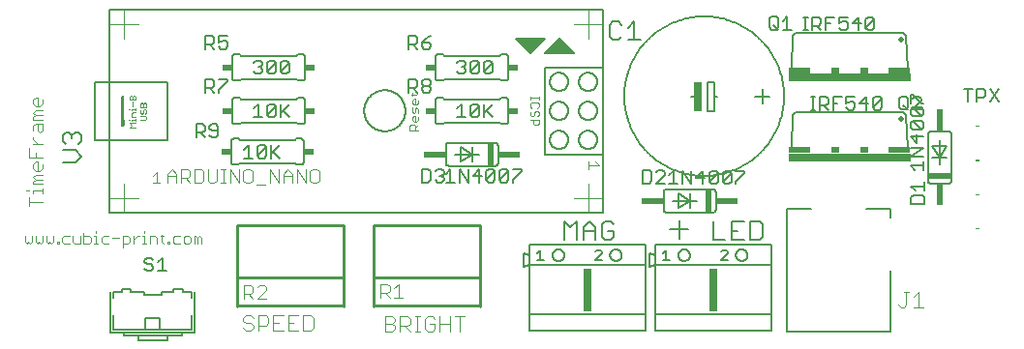
<source format=gto>
G75*
%MOIN*%
%OFA0B0*%
%FSLAX25Y25*%
%IPPOS*%
%LPD*%
%AMOC8*
5,1,8,0,0,1.08239X$1,22.5*
%
%ADD10C,0.00400*%
%ADD11C,0.00800*%
%ADD12C,0.00300*%
%ADD13C,0.00500*%
%ADD14C,0.00200*%
%ADD15C,0.00000*%
%ADD16C,0.00063*%
%ADD17C,0.00600*%
%ADD18R,0.08000X0.02000*%
%ADD19R,0.02000X0.07500*%
%ADD20R,0.02000X0.08000*%
%ADD21R,0.07500X0.02000*%
%ADD22C,0.02000*%
%ADD23R,0.42000X0.03000*%
%ADD24R,0.03000X0.02000*%
%ADD25R,0.03400X0.02400*%
%ADD26R,0.02500X0.10000*%
%ADD27C,0.00700*%
%ADD28R,0.03000X0.15000*%
%ADD29C,0.01000*%
D10*
X0088096Y0017900D02*
X0088963Y0017033D01*
X0090698Y0017033D01*
X0091566Y0017900D01*
X0091566Y0018768D01*
X0090698Y0019635D01*
X0088963Y0019635D01*
X0088096Y0020503D01*
X0088096Y0021370D01*
X0088963Y0022238D01*
X0090698Y0022238D01*
X0091566Y0021370D01*
X0093252Y0022238D02*
X0095855Y0022238D01*
X0096722Y0021370D01*
X0096722Y0019635D01*
X0095855Y0018768D01*
X0093252Y0018768D01*
X0098409Y0019635D02*
X0100144Y0019635D01*
X0103565Y0019635D02*
X0105300Y0019635D01*
X0103565Y0017033D02*
X0107035Y0017033D01*
X0108722Y0017033D02*
X0111324Y0017033D01*
X0112191Y0017900D01*
X0112191Y0021370D01*
X0111324Y0022238D01*
X0108722Y0022238D01*
X0108722Y0017033D01*
X0103565Y0017033D02*
X0103565Y0022238D01*
X0107035Y0022238D01*
X0101878Y0022238D02*
X0098409Y0022238D01*
X0098409Y0017033D01*
X0101878Y0017033D01*
X0093252Y0017033D02*
X0093252Y0022238D01*
X0092939Y0028129D02*
X0096008Y0031198D01*
X0096008Y0031966D01*
X0095241Y0032733D01*
X0093706Y0032733D01*
X0092939Y0031966D01*
X0091404Y0031966D02*
X0091404Y0030431D01*
X0090637Y0029664D01*
X0088335Y0029664D01*
X0089869Y0029664D02*
X0091404Y0028129D01*
X0092939Y0028129D02*
X0096008Y0028129D01*
X0088335Y0028129D02*
X0088335Y0032733D01*
X0090637Y0032733D01*
X0091404Y0031966D01*
X0135390Y0033107D02*
X0135390Y0028503D01*
X0135390Y0030038D02*
X0137692Y0030038D01*
X0138459Y0030805D01*
X0138459Y0032340D01*
X0137692Y0033107D01*
X0135390Y0033107D01*
X0136924Y0030038D02*
X0138459Y0028503D01*
X0139994Y0028503D02*
X0143063Y0028503D01*
X0141528Y0028503D02*
X0141528Y0033107D01*
X0139994Y0031572D01*
X0139442Y0022049D02*
X0140309Y0021181D01*
X0140309Y0020314D01*
X0139442Y0019446D01*
X0136839Y0019446D01*
X0139442Y0019446D02*
X0140309Y0018579D01*
X0140309Y0017711D01*
X0139442Y0016844D01*
X0136839Y0016844D01*
X0136839Y0022049D01*
X0139442Y0022049D01*
X0141996Y0022049D02*
X0144598Y0022049D01*
X0145465Y0021181D01*
X0145465Y0019446D01*
X0144598Y0018579D01*
X0141996Y0018579D01*
X0143731Y0018579D02*
X0145465Y0016844D01*
X0147152Y0016844D02*
X0148887Y0016844D01*
X0148020Y0016844D02*
X0148020Y0022049D01*
X0148887Y0022049D02*
X0147152Y0022049D01*
X0150590Y0021181D02*
X0150590Y0017711D01*
X0151457Y0016844D01*
X0153192Y0016844D01*
X0154059Y0017711D01*
X0154059Y0019446D01*
X0152325Y0019446D01*
X0154059Y0021181D02*
X0153192Y0022049D01*
X0151457Y0022049D01*
X0150590Y0021181D01*
X0155746Y0022049D02*
X0155746Y0016844D01*
X0159216Y0016844D02*
X0159216Y0022049D01*
X0160903Y0022049D02*
X0164372Y0022049D01*
X0162637Y0022049D02*
X0162637Y0016844D01*
X0159216Y0019446D02*
X0155746Y0019446D01*
X0141996Y0016844D02*
X0141996Y0022049D01*
X0095762Y0067307D02*
X0092693Y0067307D01*
X0091158Y0068841D02*
X0091158Y0071911D01*
X0090391Y0072678D01*
X0088856Y0072678D01*
X0088089Y0071911D01*
X0088089Y0068841D01*
X0088856Y0068074D01*
X0090391Y0068074D01*
X0091158Y0068841D01*
X0086554Y0068074D02*
X0086554Y0072678D01*
X0083485Y0072678D02*
X0086554Y0068074D01*
X0083485Y0068074D02*
X0083485Y0072678D01*
X0081950Y0072678D02*
X0080416Y0072678D01*
X0081183Y0072678D02*
X0081183Y0068074D01*
X0080416Y0068074D02*
X0081950Y0068074D01*
X0078881Y0068841D02*
X0078881Y0072678D01*
X0075812Y0072678D02*
X0075812Y0068841D01*
X0076579Y0068074D01*
X0078114Y0068074D01*
X0078881Y0068841D01*
X0074277Y0068841D02*
X0074277Y0071911D01*
X0073510Y0072678D01*
X0071208Y0072678D01*
X0071208Y0068074D01*
X0073510Y0068074D01*
X0074277Y0068841D01*
X0069673Y0068074D02*
X0068139Y0069609D01*
X0068906Y0069609D02*
X0066604Y0069609D01*
X0066604Y0068074D02*
X0066604Y0072678D01*
X0068906Y0072678D01*
X0069673Y0071911D01*
X0069673Y0070376D01*
X0068906Y0069609D01*
X0065069Y0070376D02*
X0062000Y0070376D01*
X0062000Y0071143D02*
X0063535Y0072678D01*
X0065069Y0071143D01*
X0065069Y0068074D01*
X0062000Y0068074D02*
X0062000Y0071143D01*
X0097297Y0072678D02*
X0100366Y0068074D01*
X0100366Y0072678D01*
X0101901Y0071143D02*
X0103435Y0072678D01*
X0104970Y0071143D01*
X0104970Y0068074D01*
X0106505Y0068074D02*
X0106505Y0072678D01*
X0109574Y0068074D01*
X0109574Y0072678D01*
X0111109Y0071911D02*
X0111109Y0068841D01*
X0111876Y0068074D01*
X0113410Y0068074D01*
X0114178Y0068841D01*
X0114178Y0071911D01*
X0113410Y0072678D01*
X0111876Y0072678D01*
X0111109Y0071911D01*
X0104970Y0070376D02*
X0101901Y0070376D01*
X0101901Y0071143D02*
X0101901Y0068074D01*
X0097297Y0068074D02*
X0097297Y0072678D01*
X0018805Y0072969D02*
X0018037Y0072202D01*
X0016503Y0072202D01*
X0015735Y0072969D01*
X0015735Y0074504D01*
X0016503Y0075271D01*
X0017270Y0075271D01*
X0017270Y0072202D01*
X0016503Y0070667D02*
X0018805Y0070667D01*
X0018805Y0069133D02*
X0016503Y0069133D01*
X0015735Y0069900D01*
X0016503Y0070667D01*
X0016503Y0069133D02*
X0015735Y0068365D01*
X0015735Y0067598D01*
X0018805Y0067598D01*
X0018805Y0066063D02*
X0018805Y0064529D01*
X0018805Y0065296D02*
X0015735Y0065296D01*
X0015735Y0064529D01*
X0014201Y0065296D02*
X0013433Y0065296D01*
X0014201Y0062994D02*
X0014201Y0059925D01*
X0014201Y0061459D02*
X0018805Y0061459D01*
X0018805Y0072969D02*
X0018805Y0074504D01*
X0018805Y0076806D02*
X0014201Y0076806D01*
X0014201Y0079875D01*
X0015735Y0081410D02*
X0018805Y0081410D01*
X0017270Y0081410D02*
X0015735Y0082944D01*
X0015735Y0083712D01*
X0015735Y0086014D02*
X0015735Y0087548D01*
X0016503Y0088316D01*
X0018805Y0088316D01*
X0018805Y0086014D01*
X0018037Y0085246D01*
X0017270Y0086014D01*
X0017270Y0088316D01*
X0015735Y0089850D02*
X0015735Y0090618D01*
X0016503Y0091385D01*
X0015735Y0092152D01*
X0016503Y0092920D01*
X0018805Y0092920D01*
X0018037Y0094454D02*
X0016503Y0094454D01*
X0015735Y0095222D01*
X0015735Y0096756D01*
X0016503Y0097524D01*
X0017270Y0097524D01*
X0017270Y0094454D01*
X0018037Y0094454D02*
X0018805Y0095222D01*
X0018805Y0096756D01*
X0018805Y0091385D02*
X0016503Y0091385D01*
X0015735Y0089850D02*
X0018805Y0089850D01*
X0016503Y0078341D02*
X0016503Y0076806D01*
X0313772Y0026067D02*
X0314639Y0025200D01*
X0315506Y0025200D01*
X0316374Y0026067D01*
X0316374Y0030404D01*
X0317241Y0030404D02*
X0315506Y0030404D01*
X0318928Y0028670D02*
X0320663Y0030404D01*
X0320663Y0025200D01*
X0318928Y0025200D02*
X0322398Y0025200D01*
D11*
X0310855Y0016811D02*
X0275422Y0016811D01*
X0275422Y0058937D01*
X0283690Y0058937D01*
X0302587Y0058937D02*
X0310855Y0058937D01*
X0310855Y0056181D01*
X0310855Y0037677D02*
X0310855Y0016811D01*
X0238143Y0048809D02*
X0238143Y0054947D01*
X0235074Y0051878D02*
X0241213Y0051878D01*
D12*
X0206950Y0072755D02*
X0206950Y0075224D01*
X0206950Y0073990D02*
X0210653Y0073990D01*
X0209419Y0075224D01*
X0189852Y0088415D02*
X0189369Y0087932D01*
X0188401Y0087932D01*
X0187917Y0088415D01*
X0187917Y0089867D01*
X0186950Y0089867D02*
X0189852Y0089867D01*
X0189852Y0088415D01*
X0189369Y0090878D02*
X0189852Y0091362D01*
X0189852Y0092329D01*
X0189369Y0092813D01*
X0188885Y0092813D01*
X0188401Y0092329D01*
X0188401Y0091362D01*
X0187917Y0090878D01*
X0187434Y0090878D01*
X0186950Y0091362D01*
X0186950Y0092329D01*
X0187434Y0092813D01*
X0187434Y0093825D02*
X0186950Y0094308D01*
X0186950Y0095276D01*
X0187434Y0095760D01*
X0189369Y0095760D01*
X0189852Y0095276D01*
X0189852Y0094308D01*
X0189369Y0093825D01*
X0189852Y0096757D02*
X0189852Y0097724D01*
X0189852Y0097240D02*
X0186950Y0097240D01*
X0186950Y0096757D02*
X0186950Y0097724D01*
X0148250Y0098902D02*
X0147766Y0098419D01*
X0145831Y0098419D01*
X0146315Y0098902D02*
X0146315Y0097935D01*
X0146799Y0096923D02*
X0147283Y0096923D01*
X0147283Y0094988D01*
X0147766Y0094988D02*
X0146799Y0094988D01*
X0146315Y0095472D01*
X0146315Y0096440D01*
X0146799Y0096923D01*
X0148250Y0096440D02*
X0148250Y0095472D01*
X0147766Y0094988D01*
X0147766Y0093977D02*
X0147283Y0093493D01*
X0147283Y0092526D01*
X0146799Y0092042D01*
X0146315Y0092526D01*
X0146315Y0093977D01*
X0147766Y0093977D02*
X0148250Y0093493D01*
X0148250Y0092042D01*
X0147283Y0091030D02*
X0146799Y0091030D01*
X0146315Y0090547D01*
X0146315Y0089579D01*
X0146799Y0089095D01*
X0147766Y0089095D01*
X0148250Y0089579D01*
X0148250Y0090547D01*
X0147283Y0091030D02*
X0147283Y0089095D01*
X0146799Y0088084D02*
X0147283Y0087600D01*
X0147283Y0086149D01*
X0148250Y0086149D02*
X0145348Y0086149D01*
X0145348Y0087600D01*
X0145831Y0088084D01*
X0146799Y0088084D01*
X0147283Y0087116D02*
X0148250Y0088084D01*
X0059419Y0068024D02*
X0056950Y0068024D01*
X0058184Y0068024D02*
X0058184Y0071727D01*
X0056950Y0070493D01*
X0053972Y0051423D02*
X0053972Y0050806D01*
X0053972Y0049572D02*
X0053354Y0049572D01*
X0053972Y0049572D02*
X0053972Y0047103D01*
X0054589Y0047103D02*
X0053354Y0047103D01*
X0055810Y0047103D02*
X0055810Y0049572D01*
X0057661Y0049572D01*
X0058279Y0048954D01*
X0058279Y0047103D01*
X0060110Y0047720D02*
X0060727Y0047103D01*
X0060110Y0047720D02*
X0060110Y0050189D01*
X0059493Y0049572D02*
X0060727Y0049572D01*
X0063790Y0048954D02*
X0063790Y0047720D01*
X0064407Y0047103D01*
X0066259Y0047103D01*
X0067473Y0047720D02*
X0068090Y0047103D01*
X0069325Y0047103D01*
X0069942Y0047720D01*
X0069942Y0048954D01*
X0069325Y0049572D01*
X0068090Y0049572D01*
X0067473Y0048954D01*
X0067473Y0047720D01*
X0064407Y0049572D02*
X0063790Y0048954D01*
X0064407Y0049572D02*
X0066259Y0049572D01*
X0071156Y0049572D02*
X0071773Y0049572D01*
X0072391Y0048954D01*
X0073008Y0049572D01*
X0073625Y0048954D01*
X0073625Y0047103D01*
X0072391Y0047103D02*
X0072391Y0048954D01*
X0071156Y0049572D02*
X0071156Y0047103D01*
X0062566Y0047103D02*
X0061948Y0047103D01*
X0061948Y0047720D01*
X0062566Y0047720D01*
X0062566Y0047103D01*
X0052137Y0049572D02*
X0051519Y0049572D01*
X0050285Y0048337D01*
X0050285Y0047103D02*
X0050285Y0049572D01*
X0049071Y0048954D02*
X0049071Y0047720D01*
X0048453Y0047103D01*
X0046602Y0047103D01*
X0046602Y0045868D02*
X0046602Y0049572D01*
X0048453Y0049572D01*
X0049071Y0048954D01*
X0045388Y0048954D02*
X0042919Y0048954D01*
X0041704Y0049572D02*
X0039853Y0049572D01*
X0039236Y0048954D01*
X0039236Y0047720D01*
X0039853Y0047103D01*
X0041704Y0047103D01*
X0038015Y0047103D02*
X0036780Y0047103D01*
X0037397Y0047103D02*
X0037397Y0049572D01*
X0036780Y0049572D01*
X0035566Y0048954D02*
X0034949Y0049572D01*
X0033097Y0049572D01*
X0031883Y0049572D02*
X0031883Y0047103D01*
X0030031Y0047103D01*
X0029414Y0047720D01*
X0029414Y0049572D01*
X0028200Y0049572D02*
X0026348Y0049572D01*
X0025731Y0048954D01*
X0025731Y0047720D01*
X0026348Y0047103D01*
X0028200Y0047103D01*
X0024506Y0047103D02*
X0023889Y0047103D01*
X0023889Y0047720D01*
X0024506Y0047720D01*
X0024506Y0047103D01*
X0022675Y0047720D02*
X0022675Y0049572D01*
X0020206Y0049572D02*
X0020206Y0047720D01*
X0020823Y0047103D01*
X0021440Y0047720D01*
X0022058Y0047103D01*
X0022675Y0047720D01*
X0018992Y0047720D02*
X0018992Y0049572D01*
X0016523Y0049572D02*
X0016523Y0047720D01*
X0017140Y0047103D01*
X0017757Y0047720D01*
X0018374Y0047103D01*
X0018992Y0047720D01*
X0015309Y0047720D02*
X0015309Y0049572D01*
X0012840Y0049572D02*
X0012840Y0047720D01*
X0013457Y0047103D01*
X0014074Y0047720D01*
X0014691Y0047103D01*
X0015309Y0047720D01*
X0033097Y0047103D02*
X0034949Y0047103D01*
X0035566Y0047720D01*
X0035566Y0048954D01*
X0033097Y0047103D02*
X0033097Y0050806D01*
X0037397Y0050806D02*
X0037397Y0051423D01*
D13*
X0041800Y0057874D02*
X0041800Y0062874D01*
X0041800Y0102874D01*
X0061800Y0102874D01*
X0061800Y0082874D01*
X0036800Y0082874D01*
X0036800Y0102874D01*
X0041800Y0102874D01*
X0041800Y0127874D01*
X0206800Y0127874D01*
X0211800Y0127874D01*
X0211800Y0122874D01*
X0211800Y0107874D01*
X0191800Y0107874D01*
X0191800Y0077874D01*
X0211800Y0077874D01*
X0211800Y0062874D01*
X0211800Y0057874D01*
X0206800Y0057874D01*
X0046800Y0057874D01*
X0041800Y0057874D01*
X0054801Y0042128D02*
X0054050Y0041377D01*
X0054050Y0040627D01*
X0054801Y0039876D01*
X0056302Y0039876D01*
X0057053Y0039125D01*
X0057053Y0038375D01*
X0056302Y0037624D01*
X0054801Y0037624D01*
X0054050Y0038375D01*
X0058654Y0037624D02*
X0061656Y0037624D01*
X0060155Y0037624D02*
X0060155Y0042128D01*
X0058654Y0040627D01*
X0057053Y0041377D02*
X0056302Y0042128D01*
X0054801Y0042128D01*
X0030131Y0075143D02*
X0026061Y0075143D01*
X0030131Y0075143D02*
X0032166Y0077178D01*
X0030131Y0079213D01*
X0026061Y0079213D01*
X0027078Y0081220D02*
X0026061Y0082238D01*
X0026061Y0084273D01*
X0027078Y0085290D01*
X0028096Y0085290D01*
X0029113Y0084273D01*
X0030131Y0085290D01*
X0031148Y0085290D01*
X0032166Y0084273D01*
X0032166Y0082238D01*
X0031148Y0081220D01*
X0029113Y0083255D02*
X0029113Y0084273D01*
X0071846Y0083746D02*
X0071846Y0088250D01*
X0074098Y0088250D01*
X0074849Y0087499D01*
X0074849Y0085998D01*
X0074098Y0085247D01*
X0071846Y0085247D01*
X0073347Y0085247D02*
X0074849Y0083746D01*
X0076450Y0084497D02*
X0077201Y0083746D01*
X0078702Y0083746D01*
X0079453Y0084497D01*
X0079453Y0087499D01*
X0078702Y0088250D01*
X0077201Y0088250D01*
X0076450Y0087499D01*
X0076450Y0086749D01*
X0077201Y0085998D01*
X0079453Y0085998D01*
X0088327Y0079501D02*
X0089828Y0081002D01*
X0089828Y0076498D01*
X0088327Y0076498D02*
X0091330Y0076498D01*
X0092931Y0077249D02*
X0095934Y0080251D01*
X0095934Y0077249D01*
X0095183Y0076498D01*
X0093682Y0076498D01*
X0092931Y0077249D01*
X0092931Y0080251D01*
X0093682Y0081002D01*
X0095183Y0081002D01*
X0095934Y0080251D01*
X0097535Y0081002D02*
X0097535Y0076498D01*
X0097535Y0077999D02*
X0100538Y0081002D01*
X0098286Y0078750D02*
X0100538Y0076498D01*
X0100858Y0090624D02*
X0100858Y0095128D01*
X0099256Y0094377D02*
X0096254Y0091375D01*
X0097005Y0090624D01*
X0098506Y0090624D01*
X0099256Y0091375D01*
X0099256Y0094377D01*
X0098506Y0095128D01*
X0097005Y0095128D01*
X0096254Y0094377D01*
X0096254Y0091375D01*
X0094653Y0090624D02*
X0091650Y0090624D01*
X0093151Y0090624D02*
X0093151Y0095128D01*
X0091650Y0093627D01*
X0100858Y0092125D02*
X0103860Y0095128D01*
X0101608Y0092876D02*
X0103860Y0090624D01*
X0079654Y0099124D02*
X0079654Y0099875D01*
X0082656Y0102877D01*
X0082656Y0103628D01*
X0079654Y0103628D01*
X0078053Y0102877D02*
X0078053Y0101376D01*
X0077302Y0100625D01*
X0075050Y0100625D01*
X0075050Y0099124D02*
X0075050Y0103628D01*
X0077302Y0103628D01*
X0078053Y0102877D01*
X0076551Y0100625D02*
X0078053Y0099124D01*
X0091650Y0106375D02*
X0092401Y0105624D01*
X0093902Y0105624D01*
X0094653Y0106375D01*
X0094653Y0107125D01*
X0093902Y0107876D01*
X0093151Y0107876D01*
X0093902Y0107876D02*
X0094653Y0108627D01*
X0094653Y0109377D01*
X0093902Y0110128D01*
X0092401Y0110128D01*
X0091650Y0109377D01*
X0096254Y0109377D02*
X0097005Y0110128D01*
X0098506Y0110128D01*
X0099256Y0109377D01*
X0096254Y0106375D01*
X0097005Y0105624D01*
X0098506Y0105624D01*
X0099256Y0106375D01*
X0099256Y0109377D01*
X0100858Y0109377D02*
X0101608Y0110128D01*
X0103110Y0110128D01*
X0103860Y0109377D01*
X0100858Y0106375D01*
X0101608Y0105624D01*
X0103110Y0105624D01*
X0103860Y0106375D01*
X0103860Y0109377D01*
X0100858Y0109377D02*
X0100858Y0106375D01*
X0096254Y0106375D02*
X0096254Y0109377D01*
X0082656Y0114875D02*
X0081906Y0114124D01*
X0080405Y0114124D01*
X0079654Y0114875D01*
X0079654Y0116376D02*
X0081155Y0117127D01*
X0081906Y0117127D01*
X0082656Y0116376D01*
X0082656Y0114875D01*
X0079654Y0116376D02*
X0079654Y0118628D01*
X0082656Y0118628D01*
X0078053Y0117877D02*
X0078053Y0116376D01*
X0077302Y0115625D01*
X0075050Y0115625D01*
X0075050Y0114124D02*
X0075050Y0118628D01*
X0077302Y0118628D01*
X0078053Y0117877D01*
X0076551Y0115625D02*
X0078053Y0114124D01*
X0129729Y0092874D02*
X0129731Y0093048D01*
X0129738Y0093221D01*
X0129748Y0093394D01*
X0129763Y0093567D01*
X0129782Y0093740D01*
X0129806Y0093912D01*
X0129833Y0094083D01*
X0129865Y0094253D01*
X0129901Y0094423D01*
X0129941Y0094592D01*
X0129985Y0094760D01*
X0130033Y0094927D01*
X0130086Y0095092D01*
X0130142Y0095256D01*
X0130203Y0095419D01*
X0130267Y0095580D01*
X0130336Y0095739D01*
X0130408Y0095897D01*
X0130484Y0096053D01*
X0130564Y0096207D01*
X0130648Y0096359D01*
X0130735Y0096509D01*
X0130826Y0096657D01*
X0130921Y0096802D01*
X0131019Y0096946D01*
X0131121Y0097086D01*
X0131226Y0097224D01*
X0131334Y0097360D01*
X0131446Y0097493D01*
X0131561Y0097623D01*
X0131679Y0097750D01*
X0131800Y0097874D01*
X0131924Y0097995D01*
X0132051Y0098113D01*
X0132181Y0098228D01*
X0132314Y0098340D01*
X0132450Y0098448D01*
X0132588Y0098553D01*
X0132728Y0098655D01*
X0132872Y0098753D01*
X0133017Y0098848D01*
X0133165Y0098939D01*
X0133315Y0099026D01*
X0133467Y0099110D01*
X0133621Y0099190D01*
X0133777Y0099266D01*
X0133935Y0099338D01*
X0134094Y0099407D01*
X0134255Y0099471D01*
X0134418Y0099532D01*
X0134582Y0099588D01*
X0134747Y0099641D01*
X0134914Y0099689D01*
X0135082Y0099733D01*
X0135251Y0099773D01*
X0135421Y0099809D01*
X0135591Y0099841D01*
X0135762Y0099868D01*
X0135934Y0099892D01*
X0136107Y0099911D01*
X0136280Y0099926D01*
X0136453Y0099936D01*
X0136626Y0099943D01*
X0136800Y0099945D01*
X0136974Y0099943D01*
X0137147Y0099936D01*
X0137320Y0099926D01*
X0137493Y0099911D01*
X0137666Y0099892D01*
X0137838Y0099868D01*
X0138009Y0099841D01*
X0138179Y0099809D01*
X0138349Y0099773D01*
X0138518Y0099733D01*
X0138686Y0099689D01*
X0138853Y0099641D01*
X0139018Y0099588D01*
X0139182Y0099532D01*
X0139345Y0099471D01*
X0139506Y0099407D01*
X0139665Y0099338D01*
X0139823Y0099266D01*
X0139979Y0099190D01*
X0140133Y0099110D01*
X0140285Y0099026D01*
X0140435Y0098939D01*
X0140583Y0098848D01*
X0140728Y0098753D01*
X0140872Y0098655D01*
X0141012Y0098553D01*
X0141150Y0098448D01*
X0141286Y0098340D01*
X0141419Y0098228D01*
X0141549Y0098113D01*
X0141676Y0097995D01*
X0141800Y0097874D01*
X0141921Y0097750D01*
X0142039Y0097623D01*
X0142154Y0097493D01*
X0142266Y0097360D01*
X0142374Y0097224D01*
X0142479Y0097086D01*
X0142581Y0096946D01*
X0142679Y0096802D01*
X0142774Y0096657D01*
X0142865Y0096509D01*
X0142952Y0096359D01*
X0143036Y0096207D01*
X0143116Y0096053D01*
X0143192Y0095897D01*
X0143264Y0095739D01*
X0143333Y0095580D01*
X0143397Y0095419D01*
X0143458Y0095256D01*
X0143514Y0095092D01*
X0143567Y0094927D01*
X0143615Y0094760D01*
X0143659Y0094592D01*
X0143699Y0094423D01*
X0143735Y0094253D01*
X0143767Y0094083D01*
X0143794Y0093912D01*
X0143818Y0093740D01*
X0143837Y0093567D01*
X0143852Y0093394D01*
X0143862Y0093221D01*
X0143869Y0093048D01*
X0143871Y0092874D01*
X0143869Y0092700D01*
X0143862Y0092527D01*
X0143852Y0092354D01*
X0143837Y0092181D01*
X0143818Y0092008D01*
X0143794Y0091836D01*
X0143767Y0091665D01*
X0143735Y0091495D01*
X0143699Y0091325D01*
X0143659Y0091156D01*
X0143615Y0090988D01*
X0143567Y0090821D01*
X0143514Y0090656D01*
X0143458Y0090492D01*
X0143397Y0090329D01*
X0143333Y0090168D01*
X0143264Y0090009D01*
X0143192Y0089851D01*
X0143116Y0089695D01*
X0143036Y0089541D01*
X0142952Y0089389D01*
X0142865Y0089239D01*
X0142774Y0089091D01*
X0142679Y0088946D01*
X0142581Y0088802D01*
X0142479Y0088662D01*
X0142374Y0088524D01*
X0142266Y0088388D01*
X0142154Y0088255D01*
X0142039Y0088125D01*
X0141921Y0087998D01*
X0141800Y0087874D01*
X0141676Y0087753D01*
X0141549Y0087635D01*
X0141419Y0087520D01*
X0141286Y0087408D01*
X0141150Y0087300D01*
X0141012Y0087195D01*
X0140872Y0087093D01*
X0140728Y0086995D01*
X0140583Y0086900D01*
X0140435Y0086809D01*
X0140285Y0086722D01*
X0140133Y0086638D01*
X0139979Y0086558D01*
X0139823Y0086482D01*
X0139665Y0086410D01*
X0139506Y0086341D01*
X0139345Y0086277D01*
X0139182Y0086216D01*
X0139018Y0086160D01*
X0138853Y0086107D01*
X0138686Y0086059D01*
X0138518Y0086015D01*
X0138349Y0085975D01*
X0138179Y0085939D01*
X0138009Y0085907D01*
X0137838Y0085880D01*
X0137666Y0085856D01*
X0137493Y0085837D01*
X0137320Y0085822D01*
X0137147Y0085812D01*
X0136974Y0085805D01*
X0136800Y0085803D01*
X0136626Y0085805D01*
X0136453Y0085812D01*
X0136280Y0085822D01*
X0136107Y0085837D01*
X0135934Y0085856D01*
X0135762Y0085880D01*
X0135591Y0085907D01*
X0135421Y0085939D01*
X0135251Y0085975D01*
X0135082Y0086015D01*
X0134914Y0086059D01*
X0134747Y0086107D01*
X0134582Y0086160D01*
X0134418Y0086216D01*
X0134255Y0086277D01*
X0134094Y0086341D01*
X0133935Y0086410D01*
X0133777Y0086482D01*
X0133621Y0086558D01*
X0133467Y0086638D01*
X0133315Y0086722D01*
X0133165Y0086809D01*
X0133017Y0086900D01*
X0132872Y0086995D01*
X0132728Y0087093D01*
X0132588Y0087195D01*
X0132450Y0087300D01*
X0132314Y0087408D01*
X0132181Y0087520D01*
X0132051Y0087635D01*
X0131924Y0087753D01*
X0131800Y0087874D01*
X0131679Y0087998D01*
X0131561Y0088125D01*
X0131446Y0088255D01*
X0131334Y0088388D01*
X0131226Y0088524D01*
X0131121Y0088662D01*
X0131019Y0088802D01*
X0130921Y0088946D01*
X0130826Y0089091D01*
X0130735Y0089239D01*
X0130648Y0089389D01*
X0130564Y0089541D01*
X0130484Y0089695D01*
X0130408Y0089851D01*
X0130336Y0090009D01*
X0130267Y0090168D01*
X0130203Y0090329D01*
X0130142Y0090492D01*
X0130086Y0090656D01*
X0130033Y0090821D01*
X0129985Y0090988D01*
X0129941Y0091156D01*
X0129901Y0091325D01*
X0129865Y0091495D01*
X0129833Y0091665D01*
X0129806Y0091836D01*
X0129782Y0092008D01*
X0129763Y0092181D01*
X0129748Y0092354D01*
X0129738Y0092527D01*
X0129731Y0092700D01*
X0129729Y0092874D01*
X0145050Y0099124D02*
X0145050Y0103628D01*
X0147302Y0103628D01*
X0148053Y0102877D01*
X0148053Y0101376D01*
X0147302Y0100625D01*
X0145050Y0100625D01*
X0146551Y0100625D02*
X0148053Y0099124D01*
X0149654Y0099875D02*
X0150405Y0099124D01*
X0151906Y0099124D01*
X0152656Y0099875D01*
X0152656Y0100625D01*
X0151906Y0101376D01*
X0150405Y0101376D01*
X0149654Y0102127D01*
X0149654Y0102877D01*
X0150405Y0103628D01*
X0151906Y0103628D01*
X0152656Y0102877D01*
X0152656Y0102127D01*
X0151906Y0101376D01*
X0150405Y0101376D02*
X0149654Y0100625D01*
X0149654Y0099875D01*
X0161650Y0093627D02*
X0163151Y0095128D01*
X0163151Y0090624D01*
X0161650Y0090624D02*
X0164653Y0090624D01*
X0166254Y0091375D02*
X0169256Y0094377D01*
X0169256Y0091375D01*
X0168506Y0090624D01*
X0167005Y0090624D01*
X0166254Y0091375D01*
X0166254Y0094377D01*
X0167005Y0095128D01*
X0168506Y0095128D01*
X0169256Y0094377D01*
X0170858Y0095128D02*
X0170858Y0090624D01*
X0170858Y0092125D02*
X0173860Y0095128D01*
X0171608Y0092876D02*
X0173860Y0090624D01*
X0193650Y0092874D02*
X0193652Y0092986D01*
X0193658Y0093097D01*
X0193668Y0093209D01*
X0193682Y0093320D01*
X0193699Y0093430D01*
X0193721Y0093540D01*
X0193747Y0093649D01*
X0193776Y0093757D01*
X0193809Y0093863D01*
X0193846Y0093969D01*
X0193887Y0094073D01*
X0193932Y0094176D01*
X0193980Y0094277D01*
X0194031Y0094376D01*
X0194086Y0094473D01*
X0194145Y0094568D01*
X0194206Y0094662D01*
X0194271Y0094753D01*
X0194340Y0094841D01*
X0194411Y0094927D01*
X0194485Y0095011D01*
X0194563Y0095091D01*
X0194643Y0095169D01*
X0194726Y0095245D01*
X0194811Y0095317D01*
X0194899Y0095386D01*
X0194989Y0095452D01*
X0195082Y0095514D01*
X0195177Y0095574D01*
X0195274Y0095630D01*
X0195372Y0095682D01*
X0195473Y0095731D01*
X0195575Y0095776D01*
X0195679Y0095818D01*
X0195784Y0095856D01*
X0195891Y0095890D01*
X0195998Y0095920D01*
X0196107Y0095947D01*
X0196216Y0095969D01*
X0196327Y0095988D01*
X0196437Y0096003D01*
X0196549Y0096014D01*
X0196660Y0096021D01*
X0196772Y0096024D01*
X0196884Y0096023D01*
X0196996Y0096018D01*
X0197107Y0096009D01*
X0197218Y0095996D01*
X0197329Y0095979D01*
X0197439Y0095959D01*
X0197548Y0095934D01*
X0197656Y0095906D01*
X0197763Y0095873D01*
X0197869Y0095837D01*
X0197973Y0095797D01*
X0198076Y0095754D01*
X0198178Y0095707D01*
X0198277Y0095656D01*
X0198375Y0095602D01*
X0198471Y0095544D01*
X0198565Y0095483D01*
X0198656Y0095419D01*
X0198745Y0095352D01*
X0198832Y0095281D01*
X0198916Y0095207D01*
X0198998Y0095131D01*
X0199076Y0095051D01*
X0199152Y0094969D01*
X0199225Y0094884D01*
X0199295Y0094797D01*
X0199361Y0094707D01*
X0199425Y0094615D01*
X0199485Y0094521D01*
X0199542Y0094425D01*
X0199595Y0094326D01*
X0199645Y0094226D01*
X0199691Y0094125D01*
X0199734Y0094021D01*
X0199773Y0093916D01*
X0199808Y0093810D01*
X0199839Y0093703D01*
X0199867Y0093594D01*
X0199890Y0093485D01*
X0199910Y0093375D01*
X0199926Y0093264D01*
X0199938Y0093153D01*
X0199946Y0093042D01*
X0199950Y0092930D01*
X0199950Y0092818D01*
X0199946Y0092706D01*
X0199938Y0092595D01*
X0199926Y0092484D01*
X0199910Y0092373D01*
X0199890Y0092263D01*
X0199867Y0092154D01*
X0199839Y0092045D01*
X0199808Y0091938D01*
X0199773Y0091832D01*
X0199734Y0091727D01*
X0199691Y0091623D01*
X0199645Y0091522D01*
X0199595Y0091422D01*
X0199542Y0091323D01*
X0199485Y0091227D01*
X0199425Y0091133D01*
X0199361Y0091041D01*
X0199295Y0090951D01*
X0199225Y0090864D01*
X0199152Y0090779D01*
X0199076Y0090697D01*
X0198998Y0090617D01*
X0198916Y0090541D01*
X0198832Y0090467D01*
X0198745Y0090396D01*
X0198656Y0090329D01*
X0198565Y0090265D01*
X0198471Y0090204D01*
X0198375Y0090146D01*
X0198277Y0090092D01*
X0198178Y0090041D01*
X0198076Y0089994D01*
X0197973Y0089951D01*
X0197869Y0089911D01*
X0197763Y0089875D01*
X0197656Y0089842D01*
X0197548Y0089814D01*
X0197439Y0089789D01*
X0197329Y0089769D01*
X0197218Y0089752D01*
X0197107Y0089739D01*
X0196996Y0089730D01*
X0196884Y0089725D01*
X0196772Y0089724D01*
X0196660Y0089727D01*
X0196549Y0089734D01*
X0196437Y0089745D01*
X0196327Y0089760D01*
X0196216Y0089779D01*
X0196107Y0089801D01*
X0195998Y0089828D01*
X0195891Y0089858D01*
X0195784Y0089892D01*
X0195679Y0089930D01*
X0195575Y0089972D01*
X0195473Y0090017D01*
X0195372Y0090066D01*
X0195274Y0090118D01*
X0195177Y0090174D01*
X0195082Y0090234D01*
X0194989Y0090296D01*
X0194899Y0090362D01*
X0194811Y0090431D01*
X0194726Y0090503D01*
X0194643Y0090579D01*
X0194563Y0090657D01*
X0194485Y0090737D01*
X0194411Y0090821D01*
X0194340Y0090907D01*
X0194271Y0090995D01*
X0194206Y0091086D01*
X0194145Y0091180D01*
X0194086Y0091275D01*
X0194031Y0091372D01*
X0193980Y0091471D01*
X0193932Y0091572D01*
X0193887Y0091675D01*
X0193846Y0091779D01*
X0193809Y0091885D01*
X0193776Y0091991D01*
X0193747Y0092099D01*
X0193721Y0092208D01*
X0193699Y0092318D01*
X0193682Y0092428D01*
X0193668Y0092539D01*
X0193658Y0092651D01*
X0193652Y0092762D01*
X0193650Y0092874D01*
X0203650Y0092874D02*
X0203652Y0092986D01*
X0203658Y0093097D01*
X0203668Y0093209D01*
X0203682Y0093320D01*
X0203699Y0093430D01*
X0203721Y0093540D01*
X0203747Y0093649D01*
X0203776Y0093757D01*
X0203809Y0093863D01*
X0203846Y0093969D01*
X0203887Y0094073D01*
X0203932Y0094176D01*
X0203980Y0094277D01*
X0204031Y0094376D01*
X0204086Y0094473D01*
X0204145Y0094568D01*
X0204206Y0094662D01*
X0204271Y0094753D01*
X0204340Y0094841D01*
X0204411Y0094927D01*
X0204485Y0095011D01*
X0204563Y0095091D01*
X0204643Y0095169D01*
X0204726Y0095245D01*
X0204811Y0095317D01*
X0204899Y0095386D01*
X0204989Y0095452D01*
X0205082Y0095514D01*
X0205177Y0095574D01*
X0205274Y0095630D01*
X0205372Y0095682D01*
X0205473Y0095731D01*
X0205575Y0095776D01*
X0205679Y0095818D01*
X0205784Y0095856D01*
X0205891Y0095890D01*
X0205998Y0095920D01*
X0206107Y0095947D01*
X0206216Y0095969D01*
X0206327Y0095988D01*
X0206437Y0096003D01*
X0206549Y0096014D01*
X0206660Y0096021D01*
X0206772Y0096024D01*
X0206884Y0096023D01*
X0206996Y0096018D01*
X0207107Y0096009D01*
X0207218Y0095996D01*
X0207329Y0095979D01*
X0207439Y0095959D01*
X0207548Y0095934D01*
X0207656Y0095906D01*
X0207763Y0095873D01*
X0207869Y0095837D01*
X0207973Y0095797D01*
X0208076Y0095754D01*
X0208178Y0095707D01*
X0208277Y0095656D01*
X0208375Y0095602D01*
X0208471Y0095544D01*
X0208565Y0095483D01*
X0208656Y0095419D01*
X0208745Y0095352D01*
X0208832Y0095281D01*
X0208916Y0095207D01*
X0208998Y0095131D01*
X0209076Y0095051D01*
X0209152Y0094969D01*
X0209225Y0094884D01*
X0209295Y0094797D01*
X0209361Y0094707D01*
X0209425Y0094615D01*
X0209485Y0094521D01*
X0209542Y0094425D01*
X0209595Y0094326D01*
X0209645Y0094226D01*
X0209691Y0094125D01*
X0209734Y0094021D01*
X0209773Y0093916D01*
X0209808Y0093810D01*
X0209839Y0093703D01*
X0209867Y0093594D01*
X0209890Y0093485D01*
X0209910Y0093375D01*
X0209926Y0093264D01*
X0209938Y0093153D01*
X0209946Y0093042D01*
X0209950Y0092930D01*
X0209950Y0092818D01*
X0209946Y0092706D01*
X0209938Y0092595D01*
X0209926Y0092484D01*
X0209910Y0092373D01*
X0209890Y0092263D01*
X0209867Y0092154D01*
X0209839Y0092045D01*
X0209808Y0091938D01*
X0209773Y0091832D01*
X0209734Y0091727D01*
X0209691Y0091623D01*
X0209645Y0091522D01*
X0209595Y0091422D01*
X0209542Y0091323D01*
X0209485Y0091227D01*
X0209425Y0091133D01*
X0209361Y0091041D01*
X0209295Y0090951D01*
X0209225Y0090864D01*
X0209152Y0090779D01*
X0209076Y0090697D01*
X0208998Y0090617D01*
X0208916Y0090541D01*
X0208832Y0090467D01*
X0208745Y0090396D01*
X0208656Y0090329D01*
X0208565Y0090265D01*
X0208471Y0090204D01*
X0208375Y0090146D01*
X0208277Y0090092D01*
X0208178Y0090041D01*
X0208076Y0089994D01*
X0207973Y0089951D01*
X0207869Y0089911D01*
X0207763Y0089875D01*
X0207656Y0089842D01*
X0207548Y0089814D01*
X0207439Y0089789D01*
X0207329Y0089769D01*
X0207218Y0089752D01*
X0207107Y0089739D01*
X0206996Y0089730D01*
X0206884Y0089725D01*
X0206772Y0089724D01*
X0206660Y0089727D01*
X0206549Y0089734D01*
X0206437Y0089745D01*
X0206327Y0089760D01*
X0206216Y0089779D01*
X0206107Y0089801D01*
X0205998Y0089828D01*
X0205891Y0089858D01*
X0205784Y0089892D01*
X0205679Y0089930D01*
X0205575Y0089972D01*
X0205473Y0090017D01*
X0205372Y0090066D01*
X0205274Y0090118D01*
X0205177Y0090174D01*
X0205082Y0090234D01*
X0204989Y0090296D01*
X0204899Y0090362D01*
X0204811Y0090431D01*
X0204726Y0090503D01*
X0204643Y0090579D01*
X0204563Y0090657D01*
X0204485Y0090737D01*
X0204411Y0090821D01*
X0204340Y0090907D01*
X0204271Y0090995D01*
X0204206Y0091086D01*
X0204145Y0091180D01*
X0204086Y0091275D01*
X0204031Y0091372D01*
X0203980Y0091471D01*
X0203932Y0091572D01*
X0203887Y0091675D01*
X0203846Y0091779D01*
X0203809Y0091885D01*
X0203776Y0091991D01*
X0203747Y0092099D01*
X0203721Y0092208D01*
X0203699Y0092318D01*
X0203682Y0092428D01*
X0203668Y0092539D01*
X0203658Y0092651D01*
X0203652Y0092762D01*
X0203650Y0092874D01*
X0203652Y0092986D01*
X0203658Y0093097D01*
X0203668Y0093209D01*
X0203682Y0093320D01*
X0203699Y0093430D01*
X0203721Y0093540D01*
X0203747Y0093649D01*
X0203776Y0093757D01*
X0203809Y0093863D01*
X0203846Y0093969D01*
X0203887Y0094073D01*
X0203932Y0094176D01*
X0203980Y0094277D01*
X0204031Y0094376D01*
X0204086Y0094473D01*
X0204145Y0094568D01*
X0204206Y0094662D01*
X0204271Y0094753D01*
X0204340Y0094841D01*
X0204411Y0094927D01*
X0204485Y0095011D01*
X0204563Y0095091D01*
X0204643Y0095169D01*
X0204726Y0095245D01*
X0204811Y0095317D01*
X0204899Y0095386D01*
X0204989Y0095452D01*
X0205082Y0095514D01*
X0205177Y0095574D01*
X0205274Y0095630D01*
X0205372Y0095682D01*
X0205473Y0095731D01*
X0205575Y0095776D01*
X0205679Y0095818D01*
X0205784Y0095856D01*
X0205891Y0095890D01*
X0205998Y0095920D01*
X0206107Y0095947D01*
X0206216Y0095969D01*
X0206327Y0095988D01*
X0206437Y0096003D01*
X0206549Y0096014D01*
X0206660Y0096021D01*
X0206772Y0096024D01*
X0206884Y0096023D01*
X0206996Y0096018D01*
X0207107Y0096009D01*
X0207218Y0095996D01*
X0207329Y0095979D01*
X0207439Y0095959D01*
X0207548Y0095934D01*
X0207656Y0095906D01*
X0207763Y0095873D01*
X0207869Y0095837D01*
X0207973Y0095797D01*
X0208076Y0095754D01*
X0208178Y0095707D01*
X0208277Y0095656D01*
X0208375Y0095602D01*
X0208471Y0095544D01*
X0208565Y0095483D01*
X0208656Y0095419D01*
X0208745Y0095352D01*
X0208832Y0095281D01*
X0208916Y0095207D01*
X0208998Y0095131D01*
X0209076Y0095051D01*
X0209152Y0094969D01*
X0209225Y0094884D01*
X0209295Y0094797D01*
X0209361Y0094707D01*
X0209425Y0094615D01*
X0209485Y0094521D01*
X0209542Y0094425D01*
X0209595Y0094326D01*
X0209645Y0094226D01*
X0209691Y0094125D01*
X0209734Y0094021D01*
X0209773Y0093916D01*
X0209808Y0093810D01*
X0209839Y0093703D01*
X0209867Y0093594D01*
X0209890Y0093485D01*
X0209910Y0093375D01*
X0209926Y0093264D01*
X0209938Y0093153D01*
X0209946Y0093042D01*
X0209950Y0092930D01*
X0209950Y0092818D01*
X0209946Y0092706D01*
X0209938Y0092595D01*
X0209926Y0092484D01*
X0209910Y0092373D01*
X0209890Y0092263D01*
X0209867Y0092154D01*
X0209839Y0092045D01*
X0209808Y0091938D01*
X0209773Y0091832D01*
X0209734Y0091727D01*
X0209691Y0091623D01*
X0209645Y0091522D01*
X0209595Y0091422D01*
X0209542Y0091323D01*
X0209485Y0091227D01*
X0209425Y0091133D01*
X0209361Y0091041D01*
X0209295Y0090951D01*
X0209225Y0090864D01*
X0209152Y0090779D01*
X0209076Y0090697D01*
X0208998Y0090617D01*
X0208916Y0090541D01*
X0208832Y0090467D01*
X0208745Y0090396D01*
X0208656Y0090329D01*
X0208565Y0090265D01*
X0208471Y0090204D01*
X0208375Y0090146D01*
X0208277Y0090092D01*
X0208178Y0090041D01*
X0208076Y0089994D01*
X0207973Y0089951D01*
X0207869Y0089911D01*
X0207763Y0089875D01*
X0207656Y0089842D01*
X0207548Y0089814D01*
X0207439Y0089789D01*
X0207329Y0089769D01*
X0207218Y0089752D01*
X0207107Y0089739D01*
X0206996Y0089730D01*
X0206884Y0089725D01*
X0206772Y0089724D01*
X0206660Y0089727D01*
X0206549Y0089734D01*
X0206437Y0089745D01*
X0206327Y0089760D01*
X0206216Y0089779D01*
X0206107Y0089801D01*
X0205998Y0089828D01*
X0205891Y0089858D01*
X0205784Y0089892D01*
X0205679Y0089930D01*
X0205575Y0089972D01*
X0205473Y0090017D01*
X0205372Y0090066D01*
X0205274Y0090118D01*
X0205177Y0090174D01*
X0205082Y0090234D01*
X0204989Y0090296D01*
X0204899Y0090362D01*
X0204811Y0090431D01*
X0204726Y0090503D01*
X0204643Y0090579D01*
X0204563Y0090657D01*
X0204485Y0090737D01*
X0204411Y0090821D01*
X0204340Y0090907D01*
X0204271Y0090995D01*
X0204206Y0091086D01*
X0204145Y0091180D01*
X0204086Y0091275D01*
X0204031Y0091372D01*
X0203980Y0091471D01*
X0203932Y0091572D01*
X0203887Y0091675D01*
X0203846Y0091779D01*
X0203809Y0091885D01*
X0203776Y0091991D01*
X0203747Y0092099D01*
X0203721Y0092208D01*
X0203699Y0092318D01*
X0203682Y0092428D01*
X0203668Y0092539D01*
X0203658Y0092651D01*
X0203652Y0092762D01*
X0203650Y0092874D01*
X0203650Y0102874D02*
X0203652Y0102986D01*
X0203658Y0103097D01*
X0203668Y0103209D01*
X0203682Y0103320D01*
X0203699Y0103430D01*
X0203721Y0103540D01*
X0203747Y0103649D01*
X0203776Y0103757D01*
X0203809Y0103863D01*
X0203846Y0103969D01*
X0203887Y0104073D01*
X0203932Y0104176D01*
X0203980Y0104277D01*
X0204031Y0104376D01*
X0204086Y0104473D01*
X0204145Y0104568D01*
X0204206Y0104662D01*
X0204271Y0104753D01*
X0204340Y0104841D01*
X0204411Y0104927D01*
X0204485Y0105011D01*
X0204563Y0105091D01*
X0204643Y0105169D01*
X0204726Y0105245D01*
X0204811Y0105317D01*
X0204899Y0105386D01*
X0204989Y0105452D01*
X0205082Y0105514D01*
X0205177Y0105574D01*
X0205274Y0105630D01*
X0205372Y0105682D01*
X0205473Y0105731D01*
X0205575Y0105776D01*
X0205679Y0105818D01*
X0205784Y0105856D01*
X0205891Y0105890D01*
X0205998Y0105920D01*
X0206107Y0105947D01*
X0206216Y0105969D01*
X0206327Y0105988D01*
X0206437Y0106003D01*
X0206549Y0106014D01*
X0206660Y0106021D01*
X0206772Y0106024D01*
X0206884Y0106023D01*
X0206996Y0106018D01*
X0207107Y0106009D01*
X0207218Y0105996D01*
X0207329Y0105979D01*
X0207439Y0105959D01*
X0207548Y0105934D01*
X0207656Y0105906D01*
X0207763Y0105873D01*
X0207869Y0105837D01*
X0207973Y0105797D01*
X0208076Y0105754D01*
X0208178Y0105707D01*
X0208277Y0105656D01*
X0208375Y0105602D01*
X0208471Y0105544D01*
X0208565Y0105483D01*
X0208656Y0105419D01*
X0208745Y0105352D01*
X0208832Y0105281D01*
X0208916Y0105207D01*
X0208998Y0105131D01*
X0209076Y0105051D01*
X0209152Y0104969D01*
X0209225Y0104884D01*
X0209295Y0104797D01*
X0209361Y0104707D01*
X0209425Y0104615D01*
X0209485Y0104521D01*
X0209542Y0104425D01*
X0209595Y0104326D01*
X0209645Y0104226D01*
X0209691Y0104125D01*
X0209734Y0104021D01*
X0209773Y0103916D01*
X0209808Y0103810D01*
X0209839Y0103703D01*
X0209867Y0103594D01*
X0209890Y0103485D01*
X0209910Y0103375D01*
X0209926Y0103264D01*
X0209938Y0103153D01*
X0209946Y0103042D01*
X0209950Y0102930D01*
X0209950Y0102818D01*
X0209946Y0102706D01*
X0209938Y0102595D01*
X0209926Y0102484D01*
X0209910Y0102373D01*
X0209890Y0102263D01*
X0209867Y0102154D01*
X0209839Y0102045D01*
X0209808Y0101938D01*
X0209773Y0101832D01*
X0209734Y0101727D01*
X0209691Y0101623D01*
X0209645Y0101522D01*
X0209595Y0101422D01*
X0209542Y0101323D01*
X0209485Y0101227D01*
X0209425Y0101133D01*
X0209361Y0101041D01*
X0209295Y0100951D01*
X0209225Y0100864D01*
X0209152Y0100779D01*
X0209076Y0100697D01*
X0208998Y0100617D01*
X0208916Y0100541D01*
X0208832Y0100467D01*
X0208745Y0100396D01*
X0208656Y0100329D01*
X0208565Y0100265D01*
X0208471Y0100204D01*
X0208375Y0100146D01*
X0208277Y0100092D01*
X0208178Y0100041D01*
X0208076Y0099994D01*
X0207973Y0099951D01*
X0207869Y0099911D01*
X0207763Y0099875D01*
X0207656Y0099842D01*
X0207548Y0099814D01*
X0207439Y0099789D01*
X0207329Y0099769D01*
X0207218Y0099752D01*
X0207107Y0099739D01*
X0206996Y0099730D01*
X0206884Y0099725D01*
X0206772Y0099724D01*
X0206660Y0099727D01*
X0206549Y0099734D01*
X0206437Y0099745D01*
X0206327Y0099760D01*
X0206216Y0099779D01*
X0206107Y0099801D01*
X0205998Y0099828D01*
X0205891Y0099858D01*
X0205784Y0099892D01*
X0205679Y0099930D01*
X0205575Y0099972D01*
X0205473Y0100017D01*
X0205372Y0100066D01*
X0205274Y0100118D01*
X0205177Y0100174D01*
X0205082Y0100234D01*
X0204989Y0100296D01*
X0204899Y0100362D01*
X0204811Y0100431D01*
X0204726Y0100503D01*
X0204643Y0100579D01*
X0204563Y0100657D01*
X0204485Y0100737D01*
X0204411Y0100821D01*
X0204340Y0100907D01*
X0204271Y0100995D01*
X0204206Y0101086D01*
X0204145Y0101180D01*
X0204086Y0101275D01*
X0204031Y0101372D01*
X0203980Y0101471D01*
X0203932Y0101572D01*
X0203887Y0101675D01*
X0203846Y0101779D01*
X0203809Y0101885D01*
X0203776Y0101991D01*
X0203747Y0102099D01*
X0203721Y0102208D01*
X0203699Y0102318D01*
X0203682Y0102428D01*
X0203668Y0102539D01*
X0203658Y0102651D01*
X0203652Y0102762D01*
X0203650Y0102874D01*
X0193650Y0102874D02*
X0193652Y0102986D01*
X0193658Y0103097D01*
X0193668Y0103209D01*
X0193682Y0103320D01*
X0193699Y0103430D01*
X0193721Y0103540D01*
X0193747Y0103649D01*
X0193776Y0103757D01*
X0193809Y0103863D01*
X0193846Y0103969D01*
X0193887Y0104073D01*
X0193932Y0104176D01*
X0193980Y0104277D01*
X0194031Y0104376D01*
X0194086Y0104473D01*
X0194145Y0104568D01*
X0194206Y0104662D01*
X0194271Y0104753D01*
X0194340Y0104841D01*
X0194411Y0104927D01*
X0194485Y0105011D01*
X0194563Y0105091D01*
X0194643Y0105169D01*
X0194726Y0105245D01*
X0194811Y0105317D01*
X0194899Y0105386D01*
X0194989Y0105452D01*
X0195082Y0105514D01*
X0195177Y0105574D01*
X0195274Y0105630D01*
X0195372Y0105682D01*
X0195473Y0105731D01*
X0195575Y0105776D01*
X0195679Y0105818D01*
X0195784Y0105856D01*
X0195891Y0105890D01*
X0195998Y0105920D01*
X0196107Y0105947D01*
X0196216Y0105969D01*
X0196327Y0105988D01*
X0196437Y0106003D01*
X0196549Y0106014D01*
X0196660Y0106021D01*
X0196772Y0106024D01*
X0196884Y0106023D01*
X0196996Y0106018D01*
X0197107Y0106009D01*
X0197218Y0105996D01*
X0197329Y0105979D01*
X0197439Y0105959D01*
X0197548Y0105934D01*
X0197656Y0105906D01*
X0197763Y0105873D01*
X0197869Y0105837D01*
X0197973Y0105797D01*
X0198076Y0105754D01*
X0198178Y0105707D01*
X0198277Y0105656D01*
X0198375Y0105602D01*
X0198471Y0105544D01*
X0198565Y0105483D01*
X0198656Y0105419D01*
X0198745Y0105352D01*
X0198832Y0105281D01*
X0198916Y0105207D01*
X0198998Y0105131D01*
X0199076Y0105051D01*
X0199152Y0104969D01*
X0199225Y0104884D01*
X0199295Y0104797D01*
X0199361Y0104707D01*
X0199425Y0104615D01*
X0199485Y0104521D01*
X0199542Y0104425D01*
X0199595Y0104326D01*
X0199645Y0104226D01*
X0199691Y0104125D01*
X0199734Y0104021D01*
X0199773Y0103916D01*
X0199808Y0103810D01*
X0199839Y0103703D01*
X0199867Y0103594D01*
X0199890Y0103485D01*
X0199910Y0103375D01*
X0199926Y0103264D01*
X0199938Y0103153D01*
X0199946Y0103042D01*
X0199950Y0102930D01*
X0199950Y0102818D01*
X0199946Y0102706D01*
X0199938Y0102595D01*
X0199926Y0102484D01*
X0199910Y0102373D01*
X0199890Y0102263D01*
X0199867Y0102154D01*
X0199839Y0102045D01*
X0199808Y0101938D01*
X0199773Y0101832D01*
X0199734Y0101727D01*
X0199691Y0101623D01*
X0199645Y0101522D01*
X0199595Y0101422D01*
X0199542Y0101323D01*
X0199485Y0101227D01*
X0199425Y0101133D01*
X0199361Y0101041D01*
X0199295Y0100951D01*
X0199225Y0100864D01*
X0199152Y0100779D01*
X0199076Y0100697D01*
X0198998Y0100617D01*
X0198916Y0100541D01*
X0198832Y0100467D01*
X0198745Y0100396D01*
X0198656Y0100329D01*
X0198565Y0100265D01*
X0198471Y0100204D01*
X0198375Y0100146D01*
X0198277Y0100092D01*
X0198178Y0100041D01*
X0198076Y0099994D01*
X0197973Y0099951D01*
X0197869Y0099911D01*
X0197763Y0099875D01*
X0197656Y0099842D01*
X0197548Y0099814D01*
X0197439Y0099789D01*
X0197329Y0099769D01*
X0197218Y0099752D01*
X0197107Y0099739D01*
X0196996Y0099730D01*
X0196884Y0099725D01*
X0196772Y0099724D01*
X0196660Y0099727D01*
X0196549Y0099734D01*
X0196437Y0099745D01*
X0196327Y0099760D01*
X0196216Y0099779D01*
X0196107Y0099801D01*
X0195998Y0099828D01*
X0195891Y0099858D01*
X0195784Y0099892D01*
X0195679Y0099930D01*
X0195575Y0099972D01*
X0195473Y0100017D01*
X0195372Y0100066D01*
X0195274Y0100118D01*
X0195177Y0100174D01*
X0195082Y0100234D01*
X0194989Y0100296D01*
X0194899Y0100362D01*
X0194811Y0100431D01*
X0194726Y0100503D01*
X0194643Y0100579D01*
X0194563Y0100657D01*
X0194485Y0100737D01*
X0194411Y0100821D01*
X0194340Y0100907D01*
X0194271Y0100995D01*
X0194206Y0101086D01*
X0194145Y0101180D01*
X0194086Y0101275D01*
X0194031Y0101372D01*
X0193980Y0101471D01*
X0193932Y0101572D01*
X0193887Y0101675D01*
X0193846Y0101779D01*
X0193809Y0101885D01*
X0193776Y0101991D01*
X0193747Y0102099D01*
X0193721Y0102208D01*
X0193699Y0102318D01*
X0193682Y0102428D01*
X0193668Y0102539D01*
X0193658Y0102651D01*
X0193652Y0102762D01*
X0193650Y0102874D01*
X0211800Y0107874D02*
X0211800Y0077874D01*
X0203650Y0082874D02*
X0203652Y0082986D01*
X0203658Y0083097D01*
X0203668Y0083209D01*
X0203682Y0083320D01*
X0203699Y0083430D01*
X0203721Y0083540D01*
X0203747Y0083649D01*
X0203776Y0083757D01*
X0203809Y0083863D01*
X0203846Y0083969D01*
X0203887Y0084073D01*
X0203932Y0084176D01*
X0203980Y0084277D01*
X0204031Y0084376D01*
X0204086Y0084473D01*
X0204145Y0084568D01*
X0204206Y0084662D01*
X0204271Y0084753D01*
X0204340Y0084841D01*
X0204411Y0084927D01*
X0204485Y0085011D01*
X0204563Y0085091D01*
X0204643Y0085169D01*
X0204726Y0085245D01*
X0204811Y0085317D01*
X0204899Y0085386D01*
X0204989Y0085452D01*
X0205082Y0085514D01*
X0205177Y0085574D01*
X0205274Y0085630D01*
X0205372Y0085682D01*
X0205473Y0085731D01*
X0205575Y0085776D01*
X0205679Y0085818D01*
X0205784Y0085856D01*
X0205891Y0085890D01*
X0205998Y0085920D01*
X0206107Y0085947D01*
X0206216Y0085969D01*
X0206327Y0085988D01*
X0206437Y0086003D01*
X0206549Y0086014D01*
X0206660Y0086021D01*
X0206772Y0086024D01*
X0206884Y0086023D01*
X0206996Y0086018D01*
X0207107Y0086009D01*
X0207218Y0085996D01*
X0207329Y0085979D01*
X0207439Y0085959D01*
X0207548Y0085934D01*
X0207656Y0085906D01*
X0207763Y0085873D01*
X0207869Y0085837D01*
X0207973Y0085797D01*
X0208076Y0085754D01*
X0208178Y0085707D01*
X0208277Y0085656D01*
X0208375Y0085602D01*
X0208471Y0085544D01*
X0208565Y0085483D01*
X0208656Y0085419D01*
X0208745Y0085352D01*
X0208832Y0085281D01*
X0208916Y0085207D01*
X0208998Y0085131D01*
X0209076Y0085051D01*
X0209152Y0084969D01*
X0209225Y0084884D01*
X0209295Y0084797D01*
X0209361Y0084707D01*
X0209425Y0084615D01*
X0209485Y0084521D01*
X0209542Y0084425D01*
X0209595Y0084326D01*
X0209645Y0084226D01*
X0209691Y0084125D01*
X0209734Y0084021D01*
X0209773Y0083916D01*
X0209808Y0083810D01*
X0209839Y0083703D01*
X0209867Y0083594D01*
X0209890Y0083485D01*
X0209910Y0083375D01*
X0209926Y0083264D01*
X0209938Y0083153D01*
X0209946Y0083042D01*
X0209950Y0082930D01*
X0209950Y0082818D01*
X0209946Y0082706D01*
X0209938Y0082595D01*
X0209926Y0082484D01*
X0209910Y0082373D01*
X0209890Y0082263D01*
X0209867Y0082154D01*
X0209839Y0082045D01*
X0209808Y0081938D01*
X0209773Y0081832D01*
X0209734Y0081727D01*
X0209691Y0081623D01*
X0209645Y0081522D01*
X0209595Y0081422D01*
X0209542Y0081323D01*
X0209485Y0081227D01*
X0209425Y0081133D01*
X0209361Y0081041D01*
X0209295Y0080951D01*
X0209225Y0080864D01*
X0209152Y0080779D01*
X0209076Y0080697D01*
X0208998Y0080617D01*
X0208916Y0080541D01*
X0208832Y0080467D01*
X0208745Y0080396D01*
X0208656Y0080329D01*
X0208565Y0080265D01*
X0208471Y0080204D01*
X0208375Y0080146D01*
X0208277Y0080092D01*
X0208178Y0080041D01*
X0208076Y0079994D01*
X0207973Y0079951D01*
X0207869Y0079911D01*
X0207763Y0079875D01*
X0207656Y0079842D01*
X0207548Y0079814D01*
X0207439Y0079789D01*
X0207329Y0079769D01*
X0207218Y0079752D01*
X0207107Y0079739D01*
X0206996Y0079730D01*
X0206884Y0079725D01*
X0206772Y0079724D01*
X0206660Y0079727D01*
X0206549Y0079734D01*
X0206437Y0079745D01*
X0206327Y0079760D01*
X0206216Y0079779D01*
X0206107Y0079801D01*
X0205998Y0079828D01*
X0205891Y0079858D01*
X0205784Y0079892D01*
X0205679Y0079930D01*
X0205575Y0079972D01*
X0205473Y0080017D01*
X0205372Y0080066D01*
X0205274Y0080118D01*
X0205177Y0080174D01*
X0205082Y0080234D01*
X0204989Y0080296D01*
X0204899Y0080362D01*
X0204811Y0080431D01*
X0204726Y0080503D01*
X0204643Y0080579D01*
X0204563Y0080657D01*
X0204485Y0080737D01*
X0204411Y0080821D01*
X0204340Y0080907D01*
X0204271Y0080995D01*
X0204206Y0081086D01*
X0204145Y0081180D01*
X0204086Y0081275D01*
X0204031Y0081372D01*
X0203980Y0081471D01*
X0203932Y0081572D01*
X0203887Y0081675D01*
X0203846Y0081779D01*
X0203809Y0081885D01*
X0203776Y0081991D01*
X0203747Y0082099D01*
X0203721Y0082208D01*
X0203699Y0082318D01*
X0203682Y0082428D01*
X0203668Y0082539D01*
X0203658Y0082651D01*
X0203652Y0082762D01*
X0203650Y0082874D01*
X0193650Y0082874D02*
X0193652Y0082986D01*
X0193658Y0083097D01*
X0193668Y0083209D01*
X0193682Y0083320D01*
X0193699Y0083430D01*
X0193721Y0083540D01*
X0193747Y0083649D01*
X0193776Y0083757D01*
X0193809Y0083863D01*
X0193846Y0083969D01*
X0193887Y0084073D01*
X0193932Y0084176D01*
X0193980Y0084277D01*
X0194031Y0084376D01*
X0194086Y0084473D01*
X0194145Y0084568D01*
X0194206Y0084662D01*
X0194271Y0084753D01*
X0194340Y0084841D01*
X0194411Y0084927D01*
X0194485Y0085011D01*
X0194563Y0085091D01*
X0194643Y0085169D01*
X0194726Y0085245D01*
X0194811Y0085317D01*
X0194899Y0085386D01*
X0194989Y0085452D01*
X0195082Y0085514D01*
X0195177Y0085574D01*
X0195274Y0085630D01*
X0195372Y0085682D01*
X0195473Y0085731D01*
X0195575Y0085776D01*
X0195679Y0085818D01*
X0195784Y0085856D01*
X0195891Y0085890D01*
X0195998Y0085920D01*
X0196107Y0085947D01*
X0196216Y0085969D01*
X0196327Y0085988D01*
X0196437Y0086003D01*
X0196549Y0086014D01*
X0196660Y0086021D01*
X0196772Y0086024D01*
X0196884Y0086023D01*
X0196996Y0086018D01*
X0197107Y0086009D01*
X0197218Y0085996D01*
X0197329Y0085979D01*
X0197439Y0085959D01*
X0197548Y0085934D01*
X0197656Y0085906D01*
X0197763Y0085873D01*
X0197869Y0085837D01*
X0197973Y0085797D01*
X0198076Y0085754D01*
X0198178Y0085707D01*
X0198277Y0085656D01*
X0198375Y0085602D01*
X0198471Y0085544D01*
X0198565Y0085483D01*
X0198656Y0085419D01*
X0198745Y0085352D01*
X0198832Y0085281D01*
X0198916Y0085207D01*
X0198998Y0085131D01*
X0199076Y0085051D01*
X0199152Y0084969D01*
X0199225Y0084884D01*
X0199295Y0084797D01*
X0199361Y0084707D01*
X0199425Y0084615D01*
X0199485Y0084521D01*
X0199542Y0084425D01*
X0199595Y0084326D01*
X0199645Y0084226D01*
X0199691Y0084125D01*
X0199734Y0084021D01*
X0199773Y0083916D01*
X0199808Y0083810D01*
X0199839Y0083703D01*
X0199867Y0083594D01*
X0199890Y0083485D01*
X0199910Y0083375D01*
X0199926Y0083264D01*
X0199938Y0083153D01*
X0199946Y0083042D01*
X0199950Y0082930D01*
X0199950Y0082818D01*
X0199946Y0082706D01*
X0199938Y0082595D01*
X0199926Y0082484D01*
X0199910Y0082373D01*
X0199890Y0082263D01*
X0199867Y0082154D01*
X0199839Y0082045D01*
X0199808Y0081938D01*
X0199773Y0081832D01*
X0199734Y0081727D01*
X0199691Y0081623D01*
X0199645Y0081522D01*
X0199595Y0081422D01*
X0199542Y0081323D01*
X0199485Y0081227D01*
X0199425Y0081133D01*
X0199361Y0081041D01*
X0199295Y0080951D01*
X0199225Y0080864D01*
X0199152Y0080779D01*
X0199076Y0080697D01*
X0198998Y0080617D01*
X0198916Y0080541D01*
X0198832Y0080467D01*
X0198745Y0080396D01*
X0198656Y0080329D01*
X0198565Y0080265D01*
X0198471Y0080204D01*
X0198375Y0080146D01*
X0198277Y0080092D01*
X0198178Y0080041D01*
X0198076Y0079994D01*
X0197973Y0079951D01*
X0197869Y0079911D01*
X0197763Y0079875D01*
X0197656Y0079842D01*
X0197548Y0079814D01*
X0197439Y0079789D01*
X0197329Y0079769D01*
X0197218Y0079752D01*
X0197107Y0079739D01*
X0196996Y0079730D01*
X0196884Y0079725D01*
X0196772Y0079724D01*
X0196660Y0079727D01*
X0196549Y0079734D01*
X0196437Y0079745D01*
X0196327Y0079760D01*
X0196216Y0079779D01*
X0196107Y0079801D01*
X0195998Y0079828D01*
X0195891Y0079858D01*
X0195784Y0079892D01*
X0195679Y0079930D01*
X0195575Y0079972D01*
X0195473Y0080017D01*
X0195372Y0080066D01*
X0195274Y0080118D01*
X0195177Y0080174D01*
X0195082Y0080234D01*
X0194989Y0080296D01*
X0194899Y0080362D01*
X0194811Y0080431D01*
X0194726Y0080503D01*
X0194643Y0080579D01*
X0194563Y0080657D01*
X0194485Y0080737D01*
X0194411Y0080821D01*
X0194340Y0080907D01*
X0194271Y0080995D01*
X0194206Y0081086D01*
X0194145Y0081180D01*
X0194086Y0081275D01*
X0194031Y0081372D01*
X0193980Y0081471D01*
X0193932Y0081572D01*
X0193887Y0081675D01*
X0193846Y0081779D01*
X0193809Y0081885D01*
X0193776Y0081991D01*
X0193747Y0082099D01*
X0193721Y0082208D01*
X0193699Y0082318D01*
X0193682Y0082428D01*
X0193668Y0082539D01*
X0193658Y0082651D01*
X0193652Y0082762D01*
X0193650Y0082874D01*
X0183949Y0072628D02*
X0180946Y0072628D01*
X0179345Y0071877D02*
X0176342Y0068875D01*
X0177093Y0068124D01*
X0178594Y0068124D01*
X0179345Y0068875D01*
X0179345Y0071877D01*
X0178594Y0072628D01*
X0177093Y0072628D01*
X0176342Y0071877D01*
X0176342Y0068875D01*
X0174741Y0068875D02*
X0173990Y0068124D01*
X0172489Y0068124D01*
X0171738Y0068875D01*
X0174741Y0071877D01*
X0174741Y0068875D01*
X0171738Y0068875D02*
X0171738Y0071877D01*
X0172489Y0072628D01*
X0173990Y0072628D01*
X0174741Y0071877D01*
X0170137Y0070376D02*
X0167134Y0070376D01*
X0169386Y0072628D01*
X0169386Y0068124D01*
X0165533Y0068124D02*
X0165533Y0072628D01*
X0162530Y0072628D02*
X0165533Y0068124D01*
X0162530Y0068124D02*
X0162530Y0072628D01*
X0159428Y0072628D02*
X0157926Y0071127D01*
X0157138Y0071127D02*
X0157138Y0071877D01*
X0156387Y0072628D01*
X0154886Y0072628D01*
X0154135Y0071877D01*
X0152534Y0071877D02*
X0151783Y0072628D01*
X0149531Y0072628D01*
X0149531Y0068124D01*
X0151783Y0068124D01*
X0152534Y0068875D01*
X0152534Y0071877D01*
X0155636Y0070376D02*
X0156387Y0070376D01*
X0157138Y0069625D01*
X0157138Y0068875D01*
X0156387Y0068124D01*
X0154886Y0068124D01*
X0154135Y0068875D01*
X0156387Y0070376D02*
X0157138Y0071127D01*
X0159428Y0072628D02*
X0159428Y0068124D01*
X0160929Y0068124D02*
X0157926Y0068124D01*
X0180946Y0068124D02*
X0180946Y0068875D01*
X0183949Y0071877D01*
X0183949Y0072628D01*
X0225594Y0072313D02*
X0225594Y0067809D01*
X0227846Y0067809D01*
X0228597Y0068560D01*
X0228597Y0071562D01*
X0227846Y0072313D01*
X0225594Y0072313D01*
X0230198Y0071562D02*
X0230949Y0072313D01*
X0232450Y0072313D01*
X0233201Y0071562D01*
X0233201Y0070812D01*
X0230198Y0067809D01*
X0233201Y0067809D01*
X0234737Y0067561D02*
X0237740Y0067561D01*
X0236239Y0067561D02*
X0236239Y0072065D01*
X0234737Y0070564D01*
X0239341Y0072065D02*
X0242344Y0067561D01*
X0242344Y0072065D01*
X0243945Y0069813D02*
X0246197Y0072065D01*
X0246197Y0067561D01*
X0248549Y0068312D02*
X0251552Y0071314D01*
X0251552Y0068312D01*
X0250801Y0067561D01*
X0249300Y0067561D01*
X0248549Y0068312D01*
X0248549Y0071314D01*
X0249300Y0072065D01*
X0250801Y0072065D01*
X0251552Y0071314D01*
X0253153Y0071314D02*
X0253904Y0072065D01*
X0255405Y0072065D01*
X0256156Y0071314D01*
X0253153Y0068312D01*
X0253904Y0067561D01*
X0255405Y0067561D01*
X0256156Y0068312D01*
X0256156Y0071314D01*
X0257757Y0072065D02*
X0260760Y0072065D01*
X0260760Y0071314D01*
X0257757Y0068312D01*
X0257757Y0067561D01*
X0253153Y0068312D02*
X0253153Y0071314D01*
X0246948Y0069813D02*
X0243945Y0069813D01*
X0239341Y0067561D02*
X0239341Y0072065D01*
X0283461Y0093124D02*
X0284962Y0093124D01*
X0284212Y0093124D02*
X0284212Y0097628D01*
X0284962Y0097628D02*
X0283461Y0097628D01*
X0286530Y0097628D02*
X0288782Y0097628D01*
X0289533Y0096877D01*
X0289533Y0095376D01*
X0288782Y0094625D01*
X0286530Y0094625D01*
X0286530Y0093124D02*
X0286530Y0097628D01*
X0288032Y0094625D02*
X0289533Y0093124D01*
X0291134Y0093124D02*
X0291134Y0097628D01*
X0294137Y0097628D01*
X0295738Y0097628D02*
X0295738Y0095376D01*
X0297239Y0096127D01*
X0297990Y0096127D01*
X0298741Y0095376D01*
X0298741Y0093875D01*
X0297990Y0093124D01*
X0296489Y0093124D01*
X0295738Y0093875D01*
X0292636Y0095376D02*
X0291134Y0095376D01*
X0295738Y0097628D02*
X0298741Y0097628D01*
X0300342Y0095376D02*
X0302594Y0097628D01*
X0302594Y0093124D01*
X0303345Y0095376D02*
X0300342Y0095376D01*
X0304946Y0096877D02*
X0305697Y0097628D01*
X0307198Y0097628D01*
X0307949Y0096877D01*
X0304946Y0093875D01*
X0305697Y0093124D01*
X0307198Y0093124D01*
X0307949Y0093875D01*
X0307949Y0096877D01*
X0304946Y0096877D02*
X0304946Y0093875D01*
X0313905Y0094112D02*
X0314656Y0093361D01*
X0316157Y0093361D01*
X0316908Y0094112D01*
X0316908Y0097114D01*
X0316157Y0097865D01*
X0314656Y0097865D01*
X0313905Y0097114D01*
X0313905Y0094112D01*
X0315406Y0094862D02*
X0316908Y0093361D01*
X0317861Y0093166D02*
X0318612Y0093916D01*
X0321614Y0090914D01*
X0322365Y0091664D01*
X0322365Y0093166D01*
X0321614Y0093916D01*
X0318612Y0093916D01*
X0318509Y0093361D02*
X0321512Y0096364D01*
X0321512Y0097114D01*
X0320761Y0097865D01*
X0319260Y0097865D01*
X0318509Y0097114D01*
X0318612Y0098520D02*
X0321614Y0095518D01*
X0322365Y0095518D01*
X0317861Y0095518D02*
X0317861Y0098520D01*
X0318612Y0098520D01*
X0318509Y0093361D02*
X0321512Y0093361D01*
X0317861Y0093166D02*
X0317861Y0091664D01*
X0318612Y0090914D01*
X0321614Y0090914D01*
X0321614Y0089312D02*
X0318612Y0089312D01*
X0321614Y0086310D01*
X0322365Y0087060D01*
X0322365Y0088562D01*
X0321614Y0089312D01*
X0318612Y0089312D02*
X0317861Y0088562D01*
X0317861Y0087060D01*
X0318612Y0086310D01*
X0321614Y0086310D01*
X0320113Y0084708D02*
X0320113Y0081706D01*
X0317861Y0083958D01*
X0322365Y0083958D01*
X0322365Y0080105D02*
X0317861Y0080105D01*
X0317861Y0077102D02*
X0322365Y0080105D01*
X0322365Y0077102D02*
X0317861Y0077102D01*
X0322365Y0075501D02*
X0322365Y0072498D01*
X0322365Y0073999D02*
X0317861Y0073999D01*
X0319362Y0072498D01*
X0322613Y0068293D02*
X0322613Y0065291D01*
X0322613Y0066792D02*
X0318109Y0066792D01*
X0319610Y0065291D01*
X0318860Y0063690D02*
X0318109Y0062939D01*
X0318109Y0060687D01*
X0322613Y0060687D01*
X0322613Y0062939D01*
X0321862Y0063690D01*
X0318860Y0063690D01*
X0254850Y0044208D02*
X0254850Y0043641D01*
X0252581Y0041372D01*
X0254850Y0041372D01*
X0254850Y0044208D02*
X0254283Y0044775D01*
X0253149Y0044775D01*
X0252581Y0044208D01*
X0234850Y0041372D02*
X0232581Y0041372D01*
X0233716Y0041372D02*
X0233716Y0044775D01*
X0232581Y0043641D01*
X0211543Y0043641D02*
X0209274Y0041372D01*
X0211543Y0041372D01*
X0211543Y0043641D02*
X0211543Y0044208D01*
X0210976Y0044775D01*
X0209842Y0044775D01*
X0209274Y0044208D01*
X0191543Y0041372D02*
X0189274Y0041372D01*
X0190409Y0041372D02*
X0190409Y0044775D01*
X0189274Y0043641D01*
X0337634Y0095927D02*
X0337634Y0100431D01*
X0336133Y0100431D02*
X0339135Y0100431D01*
X0340737Y0100431D02*
X0342989Y0100431D01*
X0343739Y0099680D01*
X0343739Y0098179D01*
X0342989Y0097428D01*
X0340737Y0097428D01*
X0340737Y0095927D02*
X0340737Y0100431D01*
X0345341Y0100431D02*
X0348343Y0095927D01*
X0345341Y0095927D02*
X0348343Y0100431D01*
X0305449Y0121375D02*
X0304698Y0120624D01*
X0303197Y0120624D01*
X0302446Y0121375D01*
X0305449Y0124377D01*
X0305449Y0121375D01*
X0302446Y0121375D02*
X0302446Y0124377D01*
X0303197Y0125128D01*
X0304698Y0125128D01*
X0305449Y0124377D01*
X0300845Y0122876D02*
X0297842Y0122876D01*
X0300094Y0125128D01*
X0300094Y0120624D01*
X0296241Y0121375D02*
X0295490Y0120624D01*
X0293989Y0120624D01*
X0293238Y0121375D01*
X0293238Y0122876D02*
X0294739Y0123627D01*
X0295490Y0123627D01*
X0296241Y0122876D01*
X0296241Y0121375D01*
X0293238Y0122876D02*
X0293238Y0125128D01*
X0296241Y0125128D01*
X0291637Y0125128D02*
X0288634Y0125128D01*
X0288634Y0120624D01*
X0287033Y0120624D02*
X0285532Y0122125D01*
X0286282Y0122125D02*
X0284030Y0122125D01*
X0286282Y0122125D02*
X0287033Y0122876D01*
X0287033Y0124377D01*
X0286282Y0125128D01*
X0284030Y0125128D01*
X0284030Y0120624D01*
X0282462Y0120624D02*
X0280961Y0120624D01*
X0281712Y0120624D02*
X0281712Y0125128D01*
X0282462Y0125128D02*
X0280961Y0125128D01*
X0275384Y0125365D02*
X0273883Y0123864D01*
X0272282Y0124614D02*
X0271531Y0125365D01*
X0270030Y0125365D01*
X0269279Y0124614D01*
X0269279Y0121612D01*
X0270030Y0120861D01*
X0271531Y0120861D01*
X0272282Y0121612D01*
X0272282Y0124614D01*
X0270780Y0122362D02*
X0272282Y0120861D01*
X0273883Y0120861D02*
X0276886Y0120861D01*
X0275384Y0120861D02*
X0275384Y0125365D01*
X0288634Y0122876D02*
X0290136Y0122876D01*
X0201800Y0112874D02*
X0196800Y0117874D01*
X0191800Y0112874D01*
X0201800Y0112874D01*
X0201599Y0113075D02*
X0192001Y0113075D01*
X0192499Y0113573D02*
X0201101Y0113573D01*
X0200602Y0114072D02*
X0192998Y0114072D01*
X0193496Y0114570D02*
X0200104Y0114570D01*
X0199605Y0115069D02*
X0193995Y0115069D01*
X0194493Y0115567D02*
X0199107Y0115567D01*
X0198608Y0116066D02*
X0194992Y0116066D01*
X0195490Y0116564D02*
X0198110Y0116564D01*
X0197611Y0117063D02*
X0195989Y0117063D01*
X0196487Y0117561D02*
X0197113Y0117561D01*
X0191800Y0117874D02*
X0181800Y0117874D01*
X0186800Y0112874D01*
X0191800Y0117874D01*
X0191487Y0117561D02*
X0182113Y0117561D01*
X0182611Y0117063D02*
X0190989Y0117063D01*
X0190490Y0116564D02*
X0183110Y0116564D01*
X0183608Y0116066D02*
X0189992Y0116066D01*
X0189493Y0115567D02*
X0184107Y0115567D01*
X0184605Y0115069D02*
X0188995Y0115069D01*
X0188496Y0114570D02*
X0185104Y0114570D01*
X0185602Y0114072D02*
X0187998Y0114072D01*
X0187499Y0113573D02*
X0186101Y0113573D01*
X0186599Y0113075D02*
X0187001Y0113075D01*
X0173860Y0109377D02*
X0170858Y0106375D01*
X0171608Y0105624D01*
X0173110Y0105624D01*
X0173860Y0106375D01*
X0173860Y0109377D01*
X0173110Y0110128D01*
X0171608Y0110128D01*
X0170858Y0109377D01*
X0170858Y0106375D01*
X0169256Y0106375D02*
X0168506Y0105624D01*
X0167005Y0105624D01*
X0166254Y0106375D01*
X0169256Y0109377D01*
X0169256Y0106375D01*
X0166254Y0106375D02*
X0166254Y0109377D01*
X0167005Y0110128D01*
X0168506Y0110128D01*
X0169256Y0109377D01*
X0164653Y0109377D02*
X0164653Y0108627D01*
X0163902Y0107876D01*
X0164653Y0107125D01*
X0164653Y0106375D01*
X0163902Y0105624D01*
X0162401Y0105624D01*
X0161650Y0106375D01*
X0163151Y0107876D02*
X0163902Y0107876D01*
X0164653Y0109377D02*
X0163902Y0110128D01*
X0162401Y0110128D01*
X0161650Y0109377D01*
X0152656Y0114875D02*
X0152656Y0115625D01*
X0151906Y0116376D01*
X0149654Y0116376D01*
X0149654Y0114875D01*
X0150405Y0114124D01*
X0151906Y0114124D01*
X0152656Y0114875D01*
X0151155Y0117877D02*
X0149654Y0116376D01*
X0148053Y0116376D02*
X0147302Y0115625D01*
X0145050Y0115625D01*
X0145050Y0114124D02*
X0145050Y0118628D01*
X0147302Y0118628D01*
X0148053Y0117877D01*
X0148053Y0116376D01*
X0146551Y0115625D02*
X0148053Y0114124D01*
X0151155Y0117877D02*
X0152656Y0118628D01*
D14*
X0054700Y0095180D02*
X0054700Y0094079D01*
X0052498Y0094079D01*
X0052498Y0095180D01*
X0052865Y0095547D01*
X0053232Y0095547D01*
X0053599Y0095180D01*
X0053599Y0094079D01*
X0053966Y0093337D02*
X0053599Y0092970D01*
X0053599Y0092236D01*
X0053232Y0091869D01*
X0052865Y0091869D01*
X0052498Y0092236D01*
X0052498Y0092970D01*
X0052865Y0093337D01*
X0053966Y0093337D02*
X0054333Y0093337D01*
X0054700Y0092970D01*
X0054700Y0092236D01*
X0054333Y0091869D01*
X0054333Y0091127D02*
X0052498Y0091127D01*
X0051100Y0090764D02*
X0049632Y0090764D01*
X0049632Y0091865D01*
X0049999Y0092232D01*
X0051100Y0092232D01*
X0051100Y0092974D02*
X0051100Y0093708D01*
X0051100Y0093341D02*
X0049632Y0093341D01*
X0049632Y0092974D01*
X0048898Y0093341D02*
X0048531Y0093341D01*
X0049999Y0094447D02*
X0049999Y0095915D01*
X0049999Y0096657D02*
X0049999Y0097758D01*
X0050366Y0098125D01*
X0050733Y0098125D01*
X0051100Y0097758D01*
X0051100Y0096657D01*
X0048898Y0096657D01*
X0048898Y0097758D01*
X0049265Y0098125D01*
X0049632Y0098125D01*
X0049999Y0097758D01*
X0053599Y0095180D02*
X0053966Y0095547D01*
X0054333Y0095547D01*
X0054700Y0095180D01*
X0054333Y0091127D02*
X0054700Y0090760D01*
X0054700Y0090026D01*
X0054333Y0089659D01*
X0052498Y0089659D01*
X0051100Y0089658D02*
X0049632Y0089658D01*
X0049632Y0089291D01*
X0048898Y0089658D02*
X0048531Y0089658D01*
X0048898Y0088549D02*
X0051100Y0088549D01*
X0051100Y0089291D02*
X0051100Y0090025D01*
X0048898Y0088549D02*
X0049632Y0087815D01*
X0048898Y0087081D01*
X0051100Y0087081D01*
D15*
X0046800Y0087941D02*
X0046600Y0087941D01*
X0046600Y0088007D02*
X0046600Y0087874D01*
X0046500Y0087874D02*
X0046300Y0087874D01*
X0046300Y0087974D01*
X0046333Y0088007D01*
X0046400Y0088007D01*
X0046433Y0087974D01*
X0046433Y0087874D01*
X0046500Y0088058D02*
X0046500Y0088125D01*
X0046500Y0088092D02*
X0046300Y0088092D01*
X0046300Y0088058D01*
X0046200Y0088058D02*
X0046000Y0088058D01*
X0046000Y0088007D02*
X0046000Y0087874D01*
X0046000Y0087941D02*
X0046200Y0087941D01*
X0046100Y0088058D02*
X0046067Y0088092D01*
X0046067Y0088158D01*
X0046100Y0088192D01*
X0046200Y0088192D01*
X0046200Y0088242D02*
X0046200Y0088309D01*
X0046200Y0088276D02*
X0046067Y0088276D01*
X0046067Y0088242D01*
X0046000Y0088276D02*
X0045966Y0088276D01*
X0046067Y0088398D02*
X0046067Y0088499D01*
X0046133Y0088465D02*
X0046133Y0088398D01*
X0046100Y0088365D01*
X0046067Y0088398D01*
X0046133Y0088465D02*
X0046167Y0088499D01*
X0046200Y0088465D01*
X0046200Y0088365D01*
X0046367Y0088398D02*
X0046367Y0088465D01*
X0046400Y0088499D01*
X0046500Y0088499D01*
X0046500Y0088398D01*
X0046467Y0088365D01*
X0046433Y0088398D01*
X0046433Y0088499D01*
X0046400Y0088549D02*
X0046367Y0088583D01*
X0046367Y0088683D01*
X0046400Y0088733D02*
X0046367Y0088767D01*
X0046367Y0088833D01*
X0046400Y0088867D01*
X0046433Y0088867D01*
X0046433Y0088733D01*
X0046400Y0088733D02*
X0046467Y0088733D01*
X0046500Y0088767D01*
X0046500Y0088833D01*
X0046467Y0088683D02*
X0046433Y0088649D01*
X0046433Y0088583D01*
X0046400Y0088549D01*
X0046500Y0088549D02*
X0046500Y0088649D01*
X0046467Y0088683D01*
X0046600Y0088611D02*
X0046800Y0088611D01*
X0046800Y0088560D02*
X0046700Y0088560D01*
X0046667Y0088527D01*
X0046667Y0088426D01*
X0046800Y0088426D01*
X0046800Y0088376D02*
X0046800Y0088276D01*
X0046767Y0088242D01*
X0046733Y0088276D01*
X0046733Y0088376D01*
X0046700Y0088376D02*
X0046800Y0088376D01*
X0046700Y0088376D02*
X0046667Y0088342D01*
X0046667Y0088276D01*
X0046700Y0088192D02*
X0046800Y0088192D01*
X0046700Y0088192D02*
X0046667Y0088158D01*
X0046667Y0088092D01*
X0046700Y0088058D01*
X0046600Y0088058D02*
X0046800Y0088058D01*
X0046500Y0088214D02*
X0046467Y0088181D01*
X0046400Y0088181D01*
X0046367Y0088214D01*
X0046367Y0088281D01*
X0046400Y0088314D01*
X0046433Y0088314D01*
X0046433Y0088181D01*
X0046500Y0088214D02*
X0046500Y0088281D01*
X0046733Y0088611D02*
X0046667Y0088711D01*
X0046700Y0088764D02*
X0046667Y0088797D01*
X0046667Y0088898D01*
X0046733Y0088864D02*
X0046733Y0088797D01*
X0046700Y0088764D01*
X0046800Y0088764D02*
X0046800Y0088864D01*
X0046767Y0088898D01*
X0046733Y0088864D01*
X0046800Y0088711D02*
X0046733Y0088611D01*
X0046767Y0089132D02*
X0046800Y0089166D01*
X0046800Y0089266D01*
X0046833Y0089266D02*
X0046867Y0089232D01*
X0046867Y0089199D01*
X0046833Y0089266D02*
X0046667Y0089266D01*
X0046700Y0089317D02*
X0046767Y0089317D01*
X0046800Y0089350D01*
X0046800Y0089417D01*
X0046767Y0089450D01*
X0046700Y0089450D01*
X0046667Y0089417D01*
X0046667Y0089350D01*
X0046700Y0089317D01*
X0046567Y0089439D02*
X0046367Y0089439D01*
X0046367Y0089539D01*
X0046400Y0089573D01*
X0046467Y0089573D01*
X0046500Y0089539D01*
X0046500Y0089439D01*
X0046433Y0089389D02*
X0046433Y0089255D01*
X0046400Y0089255D02*
X0046367Y0089289D01*
X0046367Y0089355D01*
X0046400Y0089389D01*
X0046433Y0089389D01*
X0046500Y0089355D02*
X0046500Y0089289D01*
X0046467Y0089255D01*
X0046400Y0089255D01*
X0046367Y0089202D02*
X0046367Y0089168D01*
X0046433Y0089102D01*
X0046367Y0089102D02*
X0046500Y0089102D01*
X0046667Y0089132D02*
X0046767Y0089132D01*
X0046767Y0089501D02*
X0046800Y0089534D01*
X0046800Y0089634D01*
X0046667Y0089634D01*
X0046700Y0089685D02*
X0046566Y0089685D01*
X0046566Y0089746D02*
X0046700Y0089746D01*
X0046700Y0089808D02*
X0046566Y0089808D01*
X0046500Y0089808D02*
X0046367Y0089808D01*
X0046400Y0089757D02*
X0046367Y0089724D01*
X0046367Y0089657D01*
X0046400Y0089623D01*
X0046467Y0089623D01*
X0046500Y0089657D01*
X0046500Y0089724D01*
X0046467Y0089757D01*
X0046400Y0089757D01*
X0046433Y0089808D02*
X0046367Y0089874D01*
X0046367Y0089908D01*
X0046367Y0089961D02*
X0046367Y0090028D01*
X0046333Y0089994D02*
X0046467Y0089994D01*
X0046500Y0090028D01*
X0046467Y0090268D02*
X0046433Y0090301D01*
X0046433Y0090401D01*
X0046400Y0090401D02*
X0046500Y0090401D01*
X0046500Y0090301D01*
X0046467Y0090268D01*
X0046367Y0090301D02*
X0046367Y0090368D01*
X0046400Y0090401D01*
X0046367Y0090452D02*
X0046367Y0090552D01*
X0046400Y0090586D01*
X0046500Y0090586D01*
X0046467Y0090636D02*
X0046500Y0090670D01*
X0046500Y0090770D01*
X0046533Y0090770D02*
X0046567Y0090736D01*
X0046567Y0090703D01*
X0046533Y0090770D02*
X0046367Y0090770D01*
X0046367Y0090636D02*
X0046467Y0090636D01*
X0046500Y0090452D02*
X0046367Y0090452D01*
X0046200Y0090491D02*
X0046167Y0090524D01*
X0046133Y0090491D01*
X0046133Y0090424D01*
X0046100Y0090391D01*
X0046067Y0090424D01*
X0046067Y0090524D01*
X0046200Y0090491D02*
X0046200Y0090391D01*
X0046200Y0090340D02*
X0046200Y0090240D01*
X0046167Y0090207D01*
X0046133Y0090240D01*
X0046133Y0090340D01*
X0046100Y0090340D02*
X0046200Y0090340D01*
X0046100Y0090340D02*
X0046067Y0090307D01*
X0046067Y0090240D01*
X0046067Y0090156D02*
X0046167Y0090156D01*
X0046200Y0090123D01*
X0046167Y0090089D01*
X0046200Y0090056D01*
X0046167Y0090022D01*
X0046067Y0090022D01*
X0046067Y0089788D02*
X0046233Y0089788D01*
X0046267Y0089754D01*
X0046267Y0089721D01*
X0046200Y0089687D02*
X0046200Y0089788D01*
X0046200Y0089687D02*
X0046167Y0089654D01*
X0046067Y0089654D01*
X0046067Y0089601D02*
X0046067Y0089567D01*
X0046133Y0089501D01*
X0046133Y0089450D02*
X0046133Y0089350D01*
X0046167Y0089317D01*
X0046200Y0089350D01*
X0046200Y0089450D01*
X0046100Y0089450D01*
X0046067Y0089417D01*
X0046067Y0089350D01*
X0046067Y0089263D02*
X0046067Y0089230D01*
X0046133Y0089163D01*
X0046100Y0089112D02*
X0046067Y0089079D01*
X0046067Y0088979D01*
X0046000Y0088979D02*
X0046200Y0088979D01*
X0046200Y0089079D01*
X0046167Y0089112D01*
X0046100Y0089112D01*
X0046067Y0089163D02*
X0046200Y0089163D01*
X0046200Y0088923D02*
X0046200Y0088856D01*
X0046200Y0088890D02*
X0046067Y0088890D01*
X0046067Y0088856D01*
X0046000Y0088890D02*
X0045966Y0088890D01*
X0046000Y0088767D02*
X0046200Y0088767D01*
X0046200Y0088800D02*
X0046200Y0088733D01*
X0046000Y0088733D02*
X0046000Y0088767D01*
X0046067Y0089501D02*
X0046200Y0089501D01*
X0046667Y0089501D02*
X0046767Y0089501D01*
X0046767Y0089685D02*
X0046800Y0089685D01*
X0046800Y0089746D02*
X0046767Y0089746D01*
X0046767Y0089808D02*
X0046800Y0089808D01*
X0046167Y0090759D02*
X0046200Y0090792D01*
X0046200Y0090892D01*
X0046200Y0090943D02*
X0046067Y0090943D01*
X0046067Y0090892D02*
X0046067Y0090792D01*
X0046100Y0090759D01*
X0046167Y0090759D01*
X0046133Y0090943D02*
X0046067Y0091010D01*
X0046067Y0091043D01*
X0046100Y0091097D02*
X0046067Y0091130D01*
X0046067Y0091197D01*
X0046100Y0091230D01*
X0046133Y0091230D01*
X0046133Y0091097D01*
X0046100Y0091097D02*
X0046167Y0091097D01*
X0046200Y0091130D01*
X0046200Y0091197D01*
X0046167Y0091281D02*
X0046133Y0091314D01*
X0046133Y0091414D01*
X0046100Y0091414D02*
X0046200Y0091414D01*
X0046200Y0091314D01*
X0046167Y0091281D01*
X0046067Y0091314D02*
X0046067Y0091381D01*
X0046100Y0091414D01*
X0046067Y0091465D02*
X0046067Y0091532D01*
X0046033Y0091498D02*
X0046167Y0091498D01*
X0046200Y0091532D01*
X0046167Y0091588D02*
X0046100Y0091588D01*
X0046067Y0091621D01*
X0046067Y0091688D01*
X0046100Y0091721D01*
X0046133Y0091721D01*
X0046133Y0091588D01*
X0046167Y0091588D02*
X0046200Y0091621D01*
X0046200Y0091688D01*
X0046167Y0091772D02*
X0046100Y0091772D01*
X0046067Y0091805D01*
X0046067Y0091905D01*
X0046000Y0091905D02*
X0046200Y0091905D01*
X0046200Y0091805D01*
X0046167Y0091772D01*
X0046367Y0091780D02*
X0046367Y0091747D01*
X0046433Y0091680D01*
X0046400Y0091629D02*
X0046367Y0091596D01*
X0046367Y0091529D01*
X0046400Y0091496D01*
X0046467Y0091496D01*
X0046500Y0091529D01*
X0046500Y0091596D01*
X0046467Y0091629D01*
X0046400Y0091629D01*
X0046367Y0091680D02*
X0046500Y0091680D01*
X0046500Y0091833D02*
X0046500Y0091933D01*
X0046467Y0091967D01*
X0046433Y0091933D01*
X0046433Y0091867D01*
X0046400Y0091833D01*
X0046367Y0091867D01*
X0046367Y0091967D01*
X0046400Y0092202D02*
X0046467Y0092202D01*
X0046500Y0092235D01*
X0046500Y0092302D01*
X0046467Y0092335D01*
X0046400Y0092335D01*
X0046367Y0092302D01*
X0046367Y0092235D01*
X0046400Y0092202D01*
X0046433Y0092386D02*
X0046367Y0092452D01*
X0046367Y0092486D01*
X0046367Y0092386D02*
X0046500Y0092386D01*
X0046267Y0092391D02*
X0046267Y0092424D01*
X0046233Y0092458D01*
X0046067Y0092458D01*
X0046200Y0092458D02*
X0046200Y0092358D01*
X0046167Y0092324D01*
X0046067Y0092324D01*
X0046100Y0092274D02*
X0046067Y0092240D01*
X0046067Y0092140D01*
X0046000Y0092140D02*
X0046200Y0092140D01*
X0046200Y0092240D01*
X0046167Y0092274D01*
X0046100Y0092274D01*
X0046100Y0092693D02*
X0046100Y0092759D01*
X0046100Y0092877D02*
X0046067Y0092910D01*
X0046067Y0093010D01*
X0046067Y0093061D02*
X0046067Y0093161D01*
X0046100Y0093194D01*
X0046167Y0093194D01*
X0046200Y0093161D01*
X0046200Y0093061D01*
X0046167Y0093010D02*
X0046133Y0092977D01*
X0046133Y0092910D01*
X0046100Y0092877D01*
X0046200Y0092877D02*
X0046200Y0092977D01*
X0046167Y0093010D01*
X0046267Y0093061D02*
X0046067Y0093061D01*
X0046167Y0093245D02*
X0046167Y0093278D01*
X0046200Y0093278D01*
X0046200Y0093245D01*
X0046167Y0093245D01*
X0046367Y0093225D02*
X0046367Y0093125D01*
X0046400Y0093092D01*
X0046467Y0093092D01*
X0046500Y0093125D01*
X0046500Y0093225D01*
X0046533Y0093225D02*
X0046367Y0093225D01*
X0046400Y0093276D02*
X0046467Y0093276D01*
X0046500Y0093309D01*
X0046500Y0093409D01*
X0046533Y0093409D02*
X0046367Y0093409D01*
X0046367Y0093309D01*
X0046400Y0093276D01*
X0046533Y0093225D02*
X0046567Y0093192D01*
X0046567Y0093158D01*
X0046500Y0093041D02*
X0046367Y0093041D01*
X0046500Y0093041D02*
X0046500Y0092941D01*
X0046467Y0092908D01*
X0046367Y0092908D01*
X0046367Y0092857D02*
X0046367Y0092757D01*
X0046400Y0092723D01*
X0046433Y0092757D01*
X0046433Y0092823D01*
X0046467Y0092857D01*
X0046500Y0092823D01*
X0046500Y0092723D01*
X0046200Y0092693D02*
X0046200Y0092826D01*
X0046200Y0092693D02*
X0046000Y0092693D01*
X0046000Y0092826D01*
X0046000Y0093521D02*
X0046067Y0093588D01*
X0046000Y0093655D01*
X0046200Y0093655D01*
X0046167Y0093705D02*
X0046133Y0093739D01*
X0046133Y0093839D01*
X0046100Y0093839D02*
X0046200Y0093839D01*
X0046200Y0093739D01*
X0046167Y0093705D01*
X0046067Y0093739D02*
X0046067Y0093806D01*
X0046100Y0093839D01*
X0046133Y0093890D02*
X0046067Y0093956D01*
X0046067Y0093990D01*
X0046100Y0094043D02*
X0046167Y0094043D01*
X0046200Y0094076D01*
X0046200Y0094177D01*
X0046167Y0094227D02*
X0046200Y0094261D01*
X0046200Y0094327D01*
X0046167Y0094361D01*
X0046100Y0094361D01*
X0046067Y0094327D01*
X0046067Y0094261D01*
X0046100Y0094227D01*
X0046167Y0094227D01*
X0046067Y0094177D02*
X0046067Y0094076D01*
X0046100Y0094043D01*
X0046067Y0093890D02*
X0046200Y0093890D01*
X0046266Y0093984D02*
X0046300Y0093984D01*
X0046367Y0093984D02*
X0046500Y0093984D01*
X0046500Y0093951D02*
X0046500Y0094018D01*
X0046467Y0094074D02*
X0046500Y0094107D01*
X0046500Y0094174D01*
X0046467Y0094207D01*
X0046400Y0094207D01*
X0046367Y0094174D01*
X0046367Y0094107D01*
X0046400Y0094074D01*
X0046467Y0094074D01*
X0046367Y0093984D02*
X0046367Y0093951D01*
X0046367Y0093895D02*
X0046367Y0093828D01*
X0046333Y0093862D02*
X0046467Y0093862D01*
X0046500Y0093895D01*
X0046467Y0093778D02*
X0046433Y0093744D01*
X0046433Y0093677D01*
X0046400Y0093644D01*
X0046367Y0093677D01*
X0046367Y0093778D01*
X0046467Y0093778D02*
X0046500Y0093744D01*
X0046500Y0093644D01*
X0046433Y0093593D02*
X0046433Y0093460D01*
X0046400Y0093460D02*
X0046367Y0093493D01*
X0046367Y0093560D01*
X0046400Y0093593D01*
X0046433Y0093593D01*
X0046500Y0093560D02*
X0046500Y0093493D01*
X0046467Y0093460D01*
X0046400Y0093460D01*
X0046533Y0093409D02*
X0046567Y0093376D01*
X0046567Y0093343D01*
X0046200Y0093521D02*
X0046000Y0093521D01*
X0046367Y0094258D02*
X0046367Y0094358D01*
X0046400Y0094391D01*
X0046500Y0094391D01*
X0046500Y0094442D02*
X0046500Y0094542D01*
X0046467Y0094576D01*
X0046433Y0094542D01*
X0046433Y0094475D01*
X0046400Y0094442D01*
X0046367Y0094475D01*
X0046367Y0094576D01*
X0046200Y0094596D02*
X0046200Y0094729D01*
X0046167Y0094780D02*
X0046200Y0094813D01*
X0046200Y0094913D01*
X0046067Y0094913D01*
X0046067Y0094964D02*
X0046067Y0094997D01*
X0046200Y0094997D01*
X0046200Y0094964D02*
X0046200Y0095031D01*
X0046200Y0095087D02*
X0046200Y0095187D01*
X0046167Y0095220D01*
X0046133Y0095187D01*
X0046133Y0095120D01*
X0046100Y0095087D01*
X0046067Y0095120D01*
X0046067Y0095220D01*
X0046000Y0094997D02*
X0045966Y0094997D01*
X0046067Y0094780D02*
X0046167Y0094780D01*
X0046333Y0094844D02*
X0046467Y0094844D01*
X0046500Y0094877D01*
X0046467Y0094933D02*
X0046500Y0094967D01*
X0046500Y0095033D01*
X0046467Y0095067D01*
X0046400Y0095067D01*
X0046367Y0095033D01*
X0046367Y0094967D01*
X0046400Y0094933D01*
X0046467Y0094933D01*
X0046367Y0094877D02*
X0046367Y0094810D01*
X0046200Y0094596D02*
X0046000Y0094596D01*
X0046100Y0094545D02*
X0046100Y0094411D01*
X0046367Y0094258D02*
X0046500Y0094258D01*
X0046500Y0095117D02*
X0046467Y0095117D01*
X0046467Y0095151D01*
X0046500Y0095151D01*
X0046500Y0095117D01*
X0046400Y0095117D02*
X0046367Y0095117D01*
X0046367Y0095151D01*
X0046400Y0095151D01*
X0046400Y0095117D01*
X0046333Y0095394D02*
X0046400Y0095460D01*
X0046500Y0095460D01*
X0046400Y0095460D02*
X0046333Y0095527D01*
X0046300Y0095527D01*
X0046300Y0095578D02*
X0046433Y0095578D01*
X0046500Y0095644D01*
X0046433Y0095711D01*
X0046300Y0095711D01*
X0046367Y0095762D02*
X0046300Y0095829D01*
X0046500Y0095829D01*
X0046500Y0095895D02*
X0046500Y0095762D01*
X0046500Y0095946D02*
X0046300Y0095946D01*
X0046400Y0095946D02*
X0046400Y0096079D01*
X0046300Y0096079D02*
X0046500Y0096079D01*
X0046500Y0096130D02*
X0046300Y0096264D01*
X0046333Y0096314D02*
X0046300Y0096348D01*
X0046300Y0096414D01*
X0046333Y0096448D01*
X0046400Y0096448D01*
X0046433Y0096414D01*
X0046367Y0096414D01*
X0046367Y0096348D01*
X0046433Y0096348D01*
X0046433Y0096414D01*
X0046467Y0096448D02*
X0046500Y0096414D01*
X0046500Y0096348D01*
X0046467Y0096314D01*
X0046333Y0096314D01*
X0046200Y0096325D02*
X0046200Y0096192D01*
X0046000Y0096192D01*
X0046000Y0096325D01*
X0046000Y0096376D02*
X0046000Y0096476D01*
X0046033Y0096509D01*
X0046167Y0096509D01*
X0046200Y0096476D01*
X0046200Y0096376D01*
X0046000Y0096376D01*
X0046100Y0096258D02*
X0046100Y0096192D01*
X0046167Y0096141D02*
X0046200Y0096107D01*
X0046200Y0096041D01*
X0046167Y0096007D01*
X0046033Y0096007D01*
X0046000Y0096041D01*
X0046000Y0096107D01*
X0046033Y0096141D01*
X0046200Y0095957D02*
X0046200Y0095823D01*
X0046000Y0095823D01*
X0046067Y0095773D02*
X0046200Y0095773D01*
X0046100Y0095773D02*
X0046100Y0095639D01*
X0046067Y0095639D02*
X0046000Y0095706D01*
X0046067Y0095773D01*
X0046067Y0095639D02*
X0046200Y0095639D01*
X0046167Y0095588D02*
X0046200Y0095555D01*
X0046200Y0095488D01*
X0046167Y0095455D01*
X0046100Y0095488D02*
X0046100Y0095555D01*
X0046133Y0095588D01*
X0046167Y0095588D01*
X0046100Y0095488D02*
X0046067Y0095455D01*
X0046033Y0095455D01*
X0046000Y0095488D01*
X0046000Y0095555D01*
X0046033Y0095588D01*
X0046300Y0095394D02*
X0046333Y0095394D01*
X0046300Y0096130D02*
X0046500Y0096264D01*
X0046467Y0096498D02*
X0046500Y0096532D01*
X0046500Y0096599D01*
X0046467Y0096632D01*
X0046500Y0096683D02*
X0046367Y0096683D01*
X0046300Y0096749D01*
X0046367Y0096816D01*
X0046500Y0096816D01*
X0046500Y0096867D02*
X0046300Y0096867D01*
X0046500Y0097000D01*
X0046300Y0097000D01*
X0046300Y0097051D02*
X0046300Y0097184D01*
X0046300Y0097235D02*
X0046433Y0097235D01*
X0046500Y0097302D01*
X0046433Y0097369D01*
X0046300Y0097369D01*
X0046200Y0097363D02*
X0046133Y0097430D01*
X0046000Y0097430D01*
X0046067Y0097481D02*
X0046000Y0097547D01*
X0046067Y0097614D01*
X0046200Y0097614D01*
X0046200Y0097665D02*
X0046000Y0097665D01*
X0046000Y0097765D01*
X0046033Y0097798D01*
X0046100Y0097798D01*
X0046133Y0097765D01*
X0046133Y0097665D01*
X0046100Y0097614D02*
X0046100Y0097481D01*
X0046067Y0097481D02*
X0046200Y0097481D01*
X0046300Y0097511D02*
X0046500Y0097645D01*
X0046300Y0097645D01*
X0046300Y0097695D02*
X0046500Y0097695D01*
X0046500Y0097829D01*
X0046500Y0097946D02*
X0046300Y0097946D01*
X0046300Y0097880D02*
X0046300Y0098013D01*
X0046200Y0097882D02*
X0046200Y0097849D01*
X0046167Y0097849D01*
X0046167Y0097882D01*
X0046200Y0097882D01*
X0046200Y0097798D02*
X0046133Y0097732D01*
X0046300Y0097695D02*
X0046300Y0097829D01*
X0046400Y0097762D02*
X0046400Y0097695D01*
X0046500Y0097511D02*
X0046300Y0097511D01*
X0046467Y0097453D02*
X0046500Y0097453D01*
X0046500Y0097419D01*
X0046467Y0097419D01*
X0046467Y0097453D01*
X0046200Y0097363D02*
X0046133Y0097296D01*
X0046000Y0097296D01*
X0046033Y0097246D02*
X0046000Y0097212D01*
X0046000Y0097146D01*
X0046033Y0097112D01*
X0046167Y0097112D01*
X0046200Y0097146D01*
X0046200Y0097212D01*
X0046167Y0097246D01*
X0046033Y0097246D01*
X0046000Y0097062D02*
X0046000Y0096928D01*
X0046000Y0096995D02*
X0046200Y0096995D01*
X0046300Y0097118D02*
X0046500Y0097118D01*
X0046400Y0096816D02*
X0046400Y0096683D01*
X0046333Y0096632D02*
X0046300Y0096599D01*
X0046300Y0096532D01*
X0046333Y0096498D01*
X0046467Y0096498D01*
X0046200Y0096593D02*
X0046200Y0096660D01*
X0046167Y0096693D01*
X0046033Y0096693D01*
X0046000Y0096660D01*
X0046000Y0096593D01*
X0046033Y0096560D01*
X0046167Y0096560D01*
X0046200Y0096593D01*
X0046367Y0091442D02*
X0046367Y0091409D01*
X0046433Y0091342D01*
X0046367Y0091342D02*
X0046500Y0091342D01*
X0046367Y0091289D02*
X0046367Y0091255D01*
X0046433Y0091189D01*
X0046433Y0091138D02*
X0046433Y0091005D01*
X0046400Y0091005D02*
X0046367Y0091038D01*
X0046367Y0091105D01*
X0046400Y0091138D01*
X0046433Y0091138D01*
X0046500Y0091105D02*
X0046500Y0091038D01*
X0046467Y0091005D01*
X0046400Y0091005D01*
X0046367Y0091189D02*
X0046500Y0091189D01*
X0340383Y0087777D02*
X0340449Y0087777D01*
X0340475Y0087777D02*
X0340525Y0087777D01*
X0340541Y0087761D01*
X0340541Y0087727D01*
X0340525Y0087711D01*
X0340475Y0087711D01*
X0340475Y0087677D02*
X0340475Y0087777D01*
X0340416Y0087777D02*
X0340416Y0087677D01*
X0340567Y0087694D02*
X0340584Y0087677D01*
X0340617Y0087677D01*
X0340634Y0087694D01*
X0340634Y0087711D01*
X0340617Y0087727D01*
X0340584Y0087727D01*
X0340567Y0087744D01*
X0340567Y0087761D01*
X0340584Y0087777D01*
X0340617Y0087777D01*
X0340634Y0087761D01*
X0340659Y0087761D02*
X0340676Y0087777D01*
X0340709Y0087777D01*
X0340726Y0087761D01*
X0340726Y0087694D01*
X0340709Y0087677D01*
X0340676Y0087677D01*
X0340659Y0087694D01*
X0340659Y0087761D01*
X0340692Y0087711D02*
X0340726Y0087677D01*
X0340751Y0087677D02*
X0340751Y0087777D01*
X0340801Y0087777D01*
X0340818Y0087761D01*
X0340818Y0087727D01*
X0340801Y0087711D01*
X0340751Y0087711D01*
X0340843Y0087727D02*
X0340910Y0087727D01*
X0340910Y0087744D02*
X0340910Y0087677D01*
X0340935Y0087677D02*
X0340985Y0087677D01*
X0341002Y0087694D01*
X0341002Y0087761D01*
X0340985Y0087777D01*
X0340935Y0087777D01*
X0340935Y0087677D01*
X0340910Y0087744D02*
X0340876Y0087777D01*
X0340843Y0087744D01*
X0340843Y0087677D01*
X0341027Y0087677D02*
X0341094Y0087677D01*
X0341061Y0087677D02*
X0341061Y0087777D01*
X0341027Y0087744D01*
X0341119Y0087727D02*
X0341186Y0087727D01*
X0341211Y0087744D02*
X0341245Y0087777D01*
X0341245Y0087677D01*
X0341278Y0087677D02*
X0341211Y0087677D01*
X0341303Y0087677D02*
X0341303Y0087694D01*
X0341370Y0087761D01*
X0341370Y0087777D01*
X0341303Y0087777D01*
X0341303Y0075966D02*
X0341370Y0075966D01*
X0341370Y0075950D01*
X0341303Y0075883D01*
X0341303Y0075866D01*
X0341278Y0075866D02*
X0341211Y0075866D01*
X0341245Y0075866D02*
X0341245Y0075966D01*
X0341211Y0075933D01*
X0341186Y0075916D02*
X0341119Y0075916D01*
X0341094Y0075866D02*
X0341027Y0075866D01*
X0341002Y0075883D02*
X0341002Y0075950D01*
X0340985Y0075966D01*
X0340935Y0075966D01*
X0340935Y0075866D01*
X0340985Y0075866D01*
X0341002Y0075883D01*
X0341027Y0075933D02*
X0341061Y0075966D01*
X0341061Y0075866D01*
X0340910Y0075866D02*
X0340910Y0075933D01*
X0340876Y0075966D01*
X0340843Y0075933D01*
X0340843Y0075866D01*
X0340843Y0075916D02*
X0340910Y0075916D01*
X0340818Y0075916D02*
X0340801Y0075899D01*
X0340751Y0075899D01*
X0340726Y0075883D02*
X0340709Y0075866D01*
X0340676Y0075866D01*
X0340659Y0075883D01*
X0340659Y0075950D01*
X0340676Y0075966D01*
X0340709Y0075966D01*
X0340726Y0075950D01*
X0340726Y0075883D01*
X0340726Y0075866D02*
X0340692Y0075899D01*
X0340634Y0075899D02*
X0340634Y0075883D01*
X0340617Y0075866D01*
X0340584Y0075866D01*
X0340567Y0075883D01*
X0340584Y0075916D02*
X0340617Y0075916D01*
X0340634Y0075899D01*
X0340634Y0075950D02*
X0340617Y0075966D01*
X0340584Y0075966D01*
X0340567Y0075950D01*
X0340567Y0075933D01*
X0340584Y0075916D01*
X0340541Y0075916D02*
X0340525Y0075899D01*
X0340475Y0075899D01*
X0340475Y0075866D02*
X0340475Y0075966D01*
X0340525Y0075966D01*
X0340541Y0075950D01*
X0340541Y0075916D01*
X0340449Y0075966D02*
X0340383Y0075966D01*
X0340416Y0075966D02*
X0340416Y0075866D01*
X0340751Y0075866D02*
X0340751Y0075966D01*
X0340801Y0075966D01*
X0340818Y0075950D01*
X0340818Y0075916D01*
X0340801Y0064155D02*
X0340818Y0064139D01*
X0340818Y0064105D01*
X0340801Y0064088D01*
X0340751Y0064088D01*
X0340726Y0064072D02*
X0340709Y0064055D01*
X0340676Y0064055D01*
X0340659Y0064072D01*
X0340659Y0064139D01*
X0340676Y0064155D01*
X0340709Y0064155D01*
X0340726Y0064139D01*
X0340726Y0064072D01*
X0340726Y0064055D02*
X0340692Y0064088D01*
X0340634Y0064088D02*
X0340634Y0064072D01*
X0340617Y0064055D01*
X0340584Y0064055D01*
X0340567Y0064072D01*
X0340584Y0064105D02*
X0340617Y0064105D01*
X0340634Y0064088D01*
X0340634Y0064139D02*
X0340617Y0064155D01*
X0340584Y0064155D01*
X0340567Y0064139D01*
X0340567Y0064122D01*
X0340584Y0064105D01*
X0340541Y0064105D02*
X0340525Y0064088D01*
X0340475Y0064088D01*
X0340475Y0064055D02*
X0340475Y0064155D01*
X0340525Y0064155D01*
X0340541Y0064139D01*
X0340541Y0064105D01*
X0340449Y0064155D02*
X0340383Y0064155D01*
X0340416Y0064155D02*
X0340416Y0064055D01*
X0340751Y0064055D02*
X0340751Y0064155D01*
X0340801Y0064155D01*
X0340843Y0064122D02*
X0340876Y0064155D01*
X0340910Y0064122D01*
X0340910Y0064055D01*
X0340935Y0064055D02*
X0340985Y0064055D01*
X0341002Y0064072D01*
X0341002Y0064139D01*
X0340985Y0064155D01*
X0340935Y0064155D01*
X0340935Y0064055D01*
X0340910Y0064105D02*
X0340843Y0064105D01*
X0340843Y0064122D02*
X0340843Y0064055D01*
X0341027Y0064055D02*
X0341094Y0064055D01*
X0341061Y0064055D02*
X0341061Y0064155D01*
X0341027Y0064122D01*
X0341119Y0064105D02*
X0341186Y0064105D01*
X0341211Y0064122D02*
X0341245Y0064155D01*
X0341245Y0064055D01*
X0341278Y0064055D02*
X0341211Y0064055D01*
X0341303Y0064055D02*
X0341303Y0064072D01*
X0341370Y0064139D01*
X0341370Y0064155D01*
X0341303Y0064155D01*
X0341303Y0052344D02*
X0341370Y0052344D01*
X0341370Y0052327D01*
X0341303Y0052261D01*
X0341303Y0052244D01*
X0341278Y0052244D02*
X0341211Y0052244D01*
X0341245Y0052244D02*
X0341245Y0052344D01*
X0341211Y0052311D01*
X0341186Y0052294D02*
X0341119Y0052294D01*
X0341094Y0052244D02*
X0341027Y0052244D01*
X0341002Y0052261D02*
X0341002Y0052327D01*
X0340985Y0052344D01*
X0340935Y0052344D01*
X0340935Y0052244D01*
X0340985Y0052244D01*
X0341002Y0052261D01*
X0341027Y0052311D02*
X0341061Y0052344D01*
X0341061Y0052244D01*
X0340910Y0052244D02*
X0340910Y0052311D01*
X0340876Y0052344D01*
X0340843Y0052311D01*
X0340843Y0052244D01*
X0340843Y0052294D02*
X0340910Y0052294D01*
X0340818Y0052294D02*
X0340801Y0052277D01*
X0340751Y0052277D01*
X0340726Y0052261D02*
X0340709Y0052244D01*
X0340676Y0052244D01*
X0340659Y0052261D01*
X0340659Y0052327D01*
X0340676Y0052344D01*
X0340709Y0052344D01*
X0340726Y0052327D01*
X0340726Y0052261D01*
X0340726Y0052244D02*
X0340692Y0052277D01*
X0340634Y0052277D02*
X0340634Y0052261D01*
X0340617Y0052244D01*
X0340584Y0052244D01*
X0340567Y0052261D01*
X0340584Y0052294D02*
X0340617Y0052294D01*
X0340634Y0052277D01*
X0340634Y0052327D02*
X0340617Y0052344D01*
X0340584Y0052344D01*
X0340567Y0052327D01*
X0340567Y0052311D01*
X0340584Y0052294D01*
X0340541Y0052294D02*
X0340525Y0052277D01*
X0340475Y0052277D01*
X0340475Y0052244D02*
X0340475Y0052344D01*
X0340525Y0052344D01*
X0340541Y0052327D01*
X0340541Y0052294D01*
X0340449Y0052344D02*
X0340383Y0052344D01*
X0340416Y0052344D02*
X0340416Y0052244D01*
X0340751Y0052244D02*
X0340751Y0052344D01*
X0340801Y0052344D01*
X0340818Y0052327D01*
X0340818Y0052294D01*
D16*
X0211800Y0062874D02*
X0201800Y0062874D01*
X0206800Y0057874D02*
X0206800Y0067874D01*
X0206800Y0117874D02*
X0206800Y0127874D01*
X0201800Y0122874D02*
X0211800Y0122874D01*
X0051800Y0122874D02*
X0041800Y0122874D01*
X0046800Y0127874D02*
X0046800Y0117874D01*
X0046800Y0067874D02*
X0046800Y0057874D01*
X0041800Y0062874D02*
X0051800Y0062874D01*
D17*
X0042300Y0016374D02*
X0066800Y0016374D01*
X0066800Y0015374D01*
X0061800Y0015374D01*
X0061800Y0013874D01*
X0051800Y0013874D01*
X0051800Y0015374D01*
X0061800Y0015374D01*
X0066800Y0016374D02*
X0071300Y0016374D01*
X0071300Y0030374D01*
X0070300Y0030374D02*
X0070300Y0028374D01*
X0070300Y0030374D02*
X0067300Y0030374D01*
X0067300Y0031374D01*
X0063800Y0031374D01*
X0063800Y0030374D01*
X0059800Y0030374D01*
X0059800Y0029374D01*
X0053800Y0029374D01*
X0053800Y0030374D01*
X0049300Y0030374D01*
X0049300Y0031374D01*
X0046300Y0031374D01*
X0046300Y0030374D01*
X0043300Y0030374D01*
X0043300Y0028374D01*
X0042300Y0030374D02*
X0042300Y0016374D01*
X0043300Y0017374D02*
X0043300Y0022374D01*
X0043300Y0017374D02*
X0054300Y0017374D01*
X0059300Y0017374D01*
X0070300Y0017374D01*
X0070300Y0022374D01*
X0059300Y0021374D02*
X0059300Y0017374D01*
X0054300Y0017374D02*
X0054300Y0021374D01*
X0059300Y0021374D01*
X0046800Y0016374D02*
X0046800Y0015374D01*
X0051800Y0015374D01*
X0184524Y0039122D02*
X0186524Y0039622D01*
X0186524Y0022622D01*
X0226524Y0022622D01*
X0226524Y0017122D01*
X0186524Y0017122D01*
X0186524Y0022622D01*
X0226524Y0022622D02*
X0226524Y0039622D01*
X0186524Y0039622D01*
X0186524Y0043122D01*
X0186524Y0046622D01*
X0226524Y0046622D01*
X0226524Y0039622D01*
X0227831Y0039122D02*
X0229831Y0039622D01*
X0229831Y0022622D01*
X0269831Y0022622D01*
X0269831Y0017122D01*
X0229831Y0017122D01*
X0229831Y0022622D01*
X0269831Y0022622D02*
X0269831Y0039622D01*
X0229831Y0039622D01*
X0229831Y0043122D01*
X0229831Y0046622D01*
X0269831Y0046622D01*
X0269831Y0039622D01*
X0257731Y0043122D02*
X0257733Y0043211D01*
X0257739Y0043300D01*
X0257749Y0043389D01*
X0257763Y0043477D01*
X0257780Y0043564D01*
X0257802Y0043650D01*
X0257828Y0043736D01*
X0257857Y0043820D01*
X0257890Y0043903D01*
X0257926Y0043984D01*
X0257967Y0044064D01*
X0258010Y0044141D01*
X0258057Y0044217D01*
X0258108Y0044290D01*
X0258161Y0044361D01*
X0258218Y0044430D01*
X0258278Y0044496D01*
X0258341Y0044560D01*
X0258406Y0044620D01*
X0258474Y0044678D01*
X0258545Y0044732D01*
X0258618Y0044783D01*
X0258693Y0044831D01*
X0258770Y0044876D01*
X0258849Y0044917D01*
X0258930Y0044954D01*
X0259012Y0044988D01*
X0259096Y0045019D01*
X0259181Y0045045D01*
X0259267Y0045068D01*
X0259354Y0045086D01*
X0259442Y0045101D01*
X0259531Y0045112D01*
X0259620Y0045119D01*
X0259709Y0045122D01*
X0259798Y0045121D01*
X0259887Y0045116D01*
X0259975Y0045107D01*
X0260064Y0045094D01*
X0260151Y0045077D01*
X0260238Y0045057D01*
X0260324Y0045032D01*
X0260408Y0045004D01*
X0260491Y0044972D01*
X0260573Y0044936D01*
X0260653Y0044897D01*
X0260731Y0044854D01*
X0260807Y0044808D01*
X0260881Y0044758D01*
X0260953Y0044705D01*
X0261022Y0044649D01*
X0261089Y0044590D01*
X0261153Y0044528D01*
X0261214Y0044464D01*
X0261273Y0044396D01*
X0261328Y0044326D01*
X0261380Y0044254D01*
X0261429Y0044179D01*
X0261474Y0044103D01*
X0261516Y0044024D01*
X0261554Y0043944D01*
X0261589Y0043862D01*
X0261620Y0043778D01*
X0261648Y0043693D01*
X0261671Y0043607D01*
X0261691Y0043520D01*
X0261707Y0043433D01*
X0261719Y0043344D01*
X0261727Y0043256D01*
X0261731Y0043167D01*
X0261731Y0043077D01*
X0261727Y0042988D01*
X0261719Y0042900D01*
X0261707Y0042811D01*
X0261691Y0042724D01*
X0261671Y0042637D01*
X0261648Y0042551D01*
X0261620Y0042466D01*
X0261589Y0042382D01*
X0261554Y0042300D01*
X0261516Y0042220D01*
X0261474Y0042141D01*
X0261429Y0042065D01*
X0261380Y0041990D01*
X0261328Y0041918D01*
X0261273Y0041848D01*
X0261214Y0041780D01*
X0261153Y0041716D01*
X0261089Y0041654D01*
X0261022Y0041595D01*
X0260953Y0041539D01*
X0260881Y0041486D01*
X0260807Y0041436D01*
X0260731Y0041390D01*
X0260653Y0041347D01*
X0260573Y0041308D01*
X0260491Y0041272D01*
X0260408Y0041240D01*
X0260324Y0041212D01*
X0260238Y0041187D01*
X0260151Y0041167D01*
X0260064Y0041150D01*
X0259975Y0041137D01*
X0259887Y0041128D01*
X0259798Y0041123D01*
X0259709Y0041122D01*
X0259620Y0041125D01*
X0259531Y0041132D01*
X0259442Y0041143D01*
X0259354Y0041158D01*
X0259267Y0041176D01*
X0259181Y0041199D01*
X0259096Y0041225D01*
X0259012Y0041256D01*
X0258930Y0041290D01*
X0258849Y0041327D01*
X0258770Y0041368D01*
X0258693Y0041413D01*
X0258618Y0041461D01*
X0258545Y0041512D01*
X0258474Y0041566D01*
X0258406Y0041624D01*
X0258341Y0041684D01*
X0258278Y0041748D01*
X0258218Y0041814D01*
X0258161Y0041883D01*
X0258108Y0041954D01*
X0258057Y0042027D01*
X0258010Y0042103D01*
X0257967Y0042180D01*
X0257926Y0042260D01*
X0257890Y0042341D01*
X0257857Y0042424D01*
X0257828Y0042508D01*
X0257802Y0042594D01*
X0257780Y0042680D01*
X0257763Y0042767D01*
X0257749Y0042855D01*
X0257739Y0042944D01*
X0257733Y0043033D01*
X0257731Y0043122D01*
X0237931Y0043122D02*
X0237933Y0043211D01*
X0237939Y0043300D01*
X0237949Y0043389D01*
X0237963Y0043477D01*
X0237980Y0043564D01*
X0238002Y0043650D01*
X0238028Y0043736D01*
X0238057Y0043820D01*
X0238090Y0043903D01*
X0238126Y0043984D01*
X0238167Y0044064D01*
X0238210Y0044141D01*
X0238257Y0044217D01*
X0238308Y0044290D01*
X0238361Y0044361D01*
X0238418Y0044430D01*
X0238478Y0044496D01*
X0238541Y0044560D01*
X0238606Y0044620D01*
X0238674Y0044678D01*
X0238745Y0044732D01*
X0238818Y0044783D01*
X0238893Y0044831D01*
X0238970Y0044876D01*
X0239049Y0044917D01*
X0239130Y0044954D01*
X0239212Y0044988D01*
X0239296Y0045019D01*
X0239381Y0045045D01*
X0239467Y0045068D01*
X0239554Y0045086D01*
X0239642Y0045101D01*
X0239731Y0045112D01*
X0239820Y0045119D01*
X0239909Y0045122D01*
X0239998Y0045121D01*
X0240087Y0045116D01*
X0240175Y0045107D01*
X0240264Y0045094D01*
X0240351Y0045077D01*
X0240438Y0045057D01*
X0240524Y0045032D01*
X0240608Y0045004D01*
X0240691Y0044972D01*
X0240773Y0044936D01*
X0240853Y0044897D01*
X0240931Y0044854D01*
X0241007Y0044808D01*
X0241081Y0044758D01*
X0241153Y0044705D01*
X0241222Y0044649D01*
X0241289Y0044590D01*
X0241353Y0044528D01*
X0241414Y0044464D01*
X0241473Y0044396D01*
X0241528Y0044326D01*
X0241580Y0044254D01*
X0241629Y0044179D01*
X0241674Y0044103D01*
X0241716Y0044024D01*
X0241754Y0043944D01*
X0241789Y0043862D01*
X0241820Y0043778D01*
X0241848Y0043693D01*
X0241871Y0043607D01*
X0241891Y0043520D01*
X0241907Y0043433D01*
X0241919Y0043344D01*
X0241927Y0043256D01*
X0241931Y0043167D01*
X0241931Y0043077D01*
X0241927Y0042988D01*
X0241919Y0042900D01*
X0241907Y0042811D01*
X0241891Y0042724D01*
X0241871Y0042637D01*
X0241848Y0042551D01*
X0241820Y0042466D01*
X0241789Y0042382D01*
X0241754Y0042300D01*
X0241716Y0042220D01*
X0241674Y0042141D01*
X0241629Y0042065D01*
X0241580Y0041990D01*
X0241528Y0041918D01*
X0241473Y0041848D01*
X0241414Y0041780D01*
X0241353Y0041716D01*
X0241289Y0041654D01*
X0241222Y0041595D01*
X0241153Y0041539D01*
X0241081Y0041486D01*
X0241007Y0041436D01*
X0240931Y0041390D01*
X0240853Y0041347D01*
X0240773Y0041308D01*
X0240691Y0041272D01*
X0240608Y0041240D01*
X0240524Y0041212D01*
X0240438Y0041187D01*
X0240351Y0041167D01*
X0240264Y0041150D01*
X0240175Y0041137D01*
X0240087Y0041128D01*
X0239998Y0041123D01*
X0239909Y0041122D01*
X0239820Y0041125D01*
X0239731Y0041132D01*
X0239642Y0041143D01*
X0239554Y0041158D01*
X0239467Y0041176D01*
X0239381Y0041199D01*
X0239296Y0041225D01*
X0239212Y0041256D01*
X0239130Y0041290D01*
X0239049Y0041327D01*
X0238970Y0041368D01*
X0238893Y0041413D01*
X0238818Y0041461D01*
X0238745Y0041512D01*
X0238674Y0041566D01*
X0238606Y0041624D01*
X0238541Y0041684D01*
X0238478Y0041748D01*
X0238418Y0041814D01*
X0238361Y0041883D01*
X0238308Y0041954D01*
X0238257Y0042027D01*
X0238210Y0042103D01*
X0238167Y0042180D01*
X0238126Y0042260D01*
X0238090Y0042341D01*
X0238057Y0042424D01*
X0238028Y0042508D01*
X0238002Y0042594D01*
X0237980Y0042680D01*
X0237963Y0042767D01*
X0237949Y0042855D01*
X0237939Y0042944D01*
X0237933Y0043033D01*
X0237931Y0043122D01*
X0229831Y0043122D02*
X0227831Y0043622D01*
X0227831Y0039122D01*
X0214424Y0043122D02*
X0214426Y0043211D01*
X0214432Y0043300D01*
X0214442Y0043389D01*
X0214456Y0043477D01*
X0214473Y0043564D01*
X0214495Y0043650D01*
X0214521Y0043736D01*
X0214550Y0043820D01*
X0214583Y0043903D01*
X0214619Y0043984D01*
X0214660Y0044064D01*
X0214703Y0044141D01*
X0214750Y0044217D01*
X0214801Y0044290D01*
X0214854Y0044361D01*
X0214911Y0044430D01*
X0214971Y0044496D01*
X0215034Y0044560D01*
X0215099Y0044620D01*
X0215167Y0044678D01*
X0215238Y0044732D01*
X0215311Y0044783D01*
X0215386Y0044831D01*
X0215463Y0044876D01*
X0215542Y0044917D01*
X0215623Y0044954D01*
X0215705Y0044988D01*
X0215789Y0045019D01*
X0215874Y0045045D01*
X0215960Y0045068D01*
X0216047Y0045086D01*
X0216135Y0045101D01*
X0216224Y0045112D01*
X0216313Y0045119D01*
X0216402Y0045122D01*
X0216491Y0045121D01*
X0216580Y0045116D01*
X0216668Y0045107D01*
X0216757Y0045094D01*
X0216844Y0045077D01*
X0216931Y0045057D01*
X0217017Y0045032D01*
X0217101Y0045004D01*
X0217184Y0044972D01*
X0217266Y0044936D01*
X0217346Y0044897D01*
X0217424Y0044854D01*
X0217500Y0044808D01*
X0217574Y0044758D01*
X0217646Y0044705D01*
X0217715Y0044649D01*
X0217782Y0044590D01*
X0217846Y0044528D01*
X0217907Y0044464D01*
X0217966Y0044396D01*
X0218021Y0044326D01*
X0218073Y0044254D01*
X0218122Y0044179D01*
X0218167Y0044103D01*
X0218209Y0044024D01*
X0218247Y0043944D01*
X0218282Y0043862D01*
X0218313Y0043778D01*
X0218341Y0043693D01*
X0218364Y0043607D01*
X0218384Y0043520D01*
X0218400Y0043433D01*
X0218412Y0043344D01*
X0218420Y0043256D01*
X0218424Y0043167D01*
X0218424Y0043077D01*
X0218420Y0042988D01*
X0218412Y0042900D01*
X0218400Y0042811D01*
X0218384Y0042724D01*
X0218364Y0042637D01*
X0218341Y0042551D01*
X0218313Y0042466D01*
X0218282Y0042382D01*
X0218247Y0042300D01*
X0218209Y0042220D01*
X0218167Y0042141D01*
X0218122Y0042065D01*
X0218073Y0041990D01*
X0218021Y0041918D01*
X0217966Y0041848D01*
X0217907Y0041780D01*
X0217846Y0041716D01*
X0217782Y0041654D01*
X0217715Y0041595D01*
X0217646Y0041539D01*
X0217574Y0041486D01*
X0217500Y0041436D01*
X0217424Y0041390D01*
X0217346Y0041347D01*
X0217266Y0041308D01*
X0217184Y0041272D01*
X0217101Y0041240D01*
X0217017Y0041212D01*
X0216931Y0041187D01*
X0216844Y0041167D01*
X0216757Y0041150D01*
X0216668Y0041137D01*
X0216580Y0041128D01*
X0216491Y0041123D01*
X0216402Y0041122D01*
X0216313Y0041125D01*
X0216224Y0041132D01*
X0216135Y0041143D01*
X0216047Y0041158D01*
X0215960Y0041176D01*
X0215874Y0041199D01*
X0215789Y0041225D01*
X0215705Y0041256D01*
X0215623Y0041290D01*
X0215542Y0041327D01*
X0215463Y0041368D01*
X0215386Y0041413D01*
X0215311Y0041461D01*
X0215238Y0041512D01*
X0215167Y0041566D01*
X0215099Y0041624D01*
X0215034Y0041684D01*
X0214971Y0041748D01*
X0214911Y0041814D01*
X0214854Y0041883D01*
X0214801Y0041954D01*
X0214750Y0042027D01*
X0214703Y0042103D01*
X0214660Y0042180D01*
X0214619Y0042260D01*
X0214583Y0042341D01*
X0214550Y0042424D01*
X0214521Y0042508D01*
X0214495Y0042594D01*
X0214473Y0042680D01*
X0214456Y0042767D01*
X0214442Y0042855D01*
X0214432Y0042944D01*
X0214426Y0043033D01*
X0214424Y0043122D01*
X0194624Y0043122D02*
X0194626Y0043211D01*
X0194632Y0043300D01*
X0194642Y0043389D01*
X0194656Y0043477D01*
X0194673Y0043564D01*
X0194695Y0043650D01*
X0194721Y0043736D01*
X0194750Y0043820D01*
X0194783Y0043903D01*
X0194819Y0043984D01*
X0194860Y0044064D01*
X0194903Y0044141D01*
X0194950Y0044217D01*
X0195001Y0044290D01*
X0195054Y0044361D01*
X0195111Y0044430D01*
X0195171Y0044496D01*
X0195234Y0044560D01*
X0195299Y0044620D01*
X0195367Y0044678D01*
X0195438Y0044732D01*
X0195511Y0044783D01*
X0195586Y0044831D01*
X0195663Y0044876D01*
X0195742Y0044917D01*
X0195823Y0044954D01*
X0195905Y0044988D01*
X0195989Y0045019D01*
X0196074Y0045045D01*
X0196160Y0045068D01*
X0196247Y0045086D01*
X0196335Y0045101D01*
X0196424Y0045112D01*
X0196513Y0045119D01*
X0196602Y0045122D01*
X0196691Y0045121D01*
X0196780Y0045116D01*
X0196868Y0045107D01*
X0196957Y0045094D01*
X0197044Y0045077D01*
X0197131Y0045057D01*
X0197217Y0045032D01*
X0197301Y0045004D01*
X0197384Y0044972D01*
X0197466Y0044936D01*
X0197546Y0044897D01*
X0197624Y0044854D01*
X0197700Y0044808D01*
X0197774Y0044758D01*
X0197846Y0044705D01*
X0197915Y0044649D01*
X0197982Y0044590D01*
X0198046Y0044528D01*
X0198107Y0044464D01*
X0198166Y0044396D01*
X0198221Y0044326D01*
X0198273Y0044254D01*
X0198322Y0044179D01*
X0198367Y0044103D01*
X0198409Y0044024D01*
X0198447Y0043944D01*
X0198482Y0043862D01*
X0198513Y0043778D01*
X0198541Y0043693D01*
X0198564Y0043607D01*
X0198584Y0043520D01*
X0198600Y0043433D01*
X0198612Y0043344D01*
X0198620Y0043256D01*
X0198624Y0043167D01*
X0198624Y0043077D01*
X0198620Y0042988D01*
X0198612Y0042900D01*
X0198600Y0042811D01*
X0198584Y0042724D01*
X0198564Y0042637D01*
X0198541Y0042551D01*
X0198513Y0042466D01*
X0198482Y0042382D01*
X0198447Y0042300D01*
X0198409Y0042220D01*
X0198367Y0042141D01*
X0198322Y0042065D01*
X0198273Y0041990D01*
X0198221Y0041918D01*
X0198166Y0041848D01*
X0198107Y0041780D01*
X0198046Y0041716D01*
X0197982Y0041654D01*
X0197915Y0041595D01*
X0197846Y0041539D01*
X0197774Y0041486D01*
X0197700Y0041436D01*
X0197624Y0041390D01*
X0197546Y0041347D01*
X0197466Y0041308D01*
X0197384Y0041272D01*
X0197301Y0041240D01*
X0197217Y0041212D01*
X0197131Y0041187D01*
X0197044Y0041167D01*
X0196957Y0041150D01*
X0196868Y0041137D01*
X0196780Y0041128D01*
X0196691Y0041123D01*
X0196602Y0041122D01*
X0196513Y0041125D01*
X0196424Y0041132D01*
X0196335Y0041143D01*
X0196247Y0041158D01*
X0196160Y0041176D01*
X0196074Y0041199D01*
X0195989Y0041225D01*
X0195905Y0041256D01*
X0195823Y0041290D01*
X0195742Y0041327D01*
X0195663Y0041368D01*
X0195586Y0041413D01*
X0195511Y0041461D01*
X0195438Y0041512D01*
X0195367Y0041566D01*
X0195299Y0041624D01*
X0195234Y0041684D01*
X0195171Y0041748D01*
X0195111Y0041814D01*
X0195054Y0041883D01*
X0195001Y0041954D01*
X0194950Y0042027D01*
X0194903Y0042103D01*
X0194860Y0042180D01*
X0194819Y0042260D01*
X0194783Y0042341D01*
X0194750Y0042424D01*
X0194721Y0042508D01*
X0194695Y0042594D01*
X0194673Y0042680D01*
X0194656Y0042767D01*
X0194642Y0042855D01*
X0194632Y0042944D01*
X0194626Y0043033D01*
X0194624Y0043122D01*
X0186524Y0043122D02*
X0184524Y0043622D01*
X0184524Y0039122D01*
X0233800Y0057811D02*
X0249800Y0057811D01*
X0249860Y0057813D01*
X0249921Y0057818D01*
X0249980Y0057827D01*
X0250039Y0057840D01*
X0250098Y0057856D01*
X0250155Y0057876D01*
X0250210Y0057899D01*
X0250265Y0057926D01*
X0250317Y0057955D01*
X0250368Y0057988D01*
X0250417Y0058024D01*
X0250463Y0058062D01*
X0250507Y0058104D01*
X0250549Y0058148D01*
X0250587Y0058194D01*
X0250623Y0058243D01*
X0250656Y0058294D01*
X0250685Y0058346D01*
X0250712Y0058401D01*
X0250735Y0058456D01*
X0250755Y0058513D01*
X0250771Y0058572D01*
X0250784Y0058631D01*
X0250793Y0058690D01*
X0250798Y0058751D01*
X0250800Y0058811D01*
X0250800Y0064811D01*
X0250798Y0064871D01*
X0250793Y0064932D01*
X0250784Y0064991D01*
X0250771Y0065050D01*
X0250755Y0065109D01*
X0250735Y0065166D01*
X0250712Y0065221D01*
X0250685Y0065276D01*
X0250656Y0065328D01*
X0250623Y0065379D01*
X0250587Y0065428D01*
X0250549Y0065474D01*
X0250507Y0065518D01*
X0250463Y0065560D01*
X0250417Y0065598D01*
X0250368Y0065634D01*
X0250317Y0065667D01*
X0250265Y0065696D01*
X0250210Y0065723D01*
X0250155Y0065746D01*
X0250098Y0065766D01*
X0250039Y0065782D01*
X0249980Y0065795D01*
X0249921Y0065804D01*
X0249860Y0065809D01*
X0249800Y0065811D01*
X0233800Y0065811D01*
X0233740Y0065809D01*
X0233679Y0065804D01*
X0233620Y0065795D01*
X0233561Y0065782D01*
X0233502Y0065766D01*
X0233445Y0065746D01*
X0233390Y0065723D01*
X0233335Y0065696D01*
X0233283Y0065667D01*
X0233232Y0065634D01*
X0233183Y0065598D01*
X0233137Y0065560D01*
X0233093Y0065518D01*
X0233051Y0065474D01*
X0233013Y0065428D01*
X0232977Y0065379D01*
X0232944Y0065328D01*
X0232915Y0065276D01*
X0232888Y0065221D01*
X0232865Y0065166D01*
X0232845Y0065109D01*
X0232829Y0065050D01*
X0232816Y0064991D01*
X0232807Y0064932D01*
X0232802Y0064871D01*
X0232800Y0064811D01*
X0232800Y0058811D01*
X0232802Y0058751D01*
X0232807Y0058690D01*
X0232816Y0058631D01*
X0232829Y0058572D01*
X0232845Y0058513D01*
X0232865Y0058456D01*
X0232888Y0058401D01*
X0232915Y0058346D01*
X0232944Y0058294D01*
X0232977Y0058243D01*
X0233013Y0058194D01*
X0233051Y0058148D01*
X0233093Y0058104D01*
X0233137Y0058062D01*
X0233183Y0058024D01*
X0233232Y0057988D01*
X0233283Y0057955D01*
X0233335Y0057926D01*
X0233390Y0057899D01*
X0233445Y0057876D01*
X0233502Y0057856D01*
X0233561Y0057840D01*
X0233620Y0057827D01*
X0233679Y0057818D01*
X0233740Y0057813D01*
X0233800Y0057811D01*
X0237800Y0059311D02*
X0241800Y0061811D01*
X0241800Y0064311D01*
X0241800Y0061811D02*
X0237800Y0064311D01*
X0237800Y0059311D01*
X0241800Y0059311D02*
X0241800Y0061811D01*
X0235800Y0061811D01*
X0241800Y0061811D02*
X0244300Y0061811D01*
X0276800Y0079874D02*
X0277300Y0091374D01*
X0278300Y0092374D01*
X0315300Y0092374D01*
X0316300Y0091374D01*
X0316800Y0079874D01*
X0325363Y0080811D02*
X0327863Y0076811D01*
X0330363Y0076811D01*
X0327863Y0076811D02*
X0327863Y0074311D01*
X0327863Y0076811D02*
X0325363Y0076811D01*
X0327863Y0076811D02*
X0327863Y0082811D01*
X0330863Y0085811D02*
X0330923Y0085809D01*
X0330984Y0085804D01*
X0331043Y0085795D01*
X0331102Y0085782D01*
X0331161Y0085766D01*
X0331218Y0085746D01*
X0331273Y0085723D01*
X0331328Y0085696D01*
X0331380Y0085667D01*
X0331431Y0085634D01*
X0331480Y0085598D01*
X0331526Y0085560D01*
X0331570Y0085518D01*
X0331612Y0085474D01*
X0331650Y0085428D01*
X0331686Y0085379D01*
X0331719Y0085328D01*
X0331748Y0085276D01*
X0331775Y0085221D01*
X0331798Y0085166D01*
X0331818Y0085109D01*
X0331834Y0085050D01*
X0331847Y0084991D01*
X0331856Y0084932D01*
X0331861Y0084871D01*
X0331863Y0084811D01*
X0331863Y0068811D01*
X0331861Y0068751D01*
X0331856Y0068690D01*
X0331847Y0068631D01*
X0331834Y0068572D01*
X0331818Y0068513D01*
X0331798Y0068456D01*
X0331775Y0068401D01*
X0331748Y0068346D01*
X0331719Y0068294D01*
X0331686Y0068243D01*
X0331650Y0068194D01*
X0331612Y0068148D01*
X0331570Y0068104D01*
X0331526Y0068062D01*
X0331480Y0068024D01*
X0331431Y0067988D01*
X0331380Y0067955D01*
X0331328Y0067926D01*
X0331273Y0067899D01*
X0331218Y0067876D01*
X0331161Y0067856D01*
X0331102Y0067840D01*
X0331043Y0067827D01*
X0330984Y0067818D01*
X0330923Y0067813D01*
X0330863Y0067811D01*
X0324863Y0067811D01*
X0324803Y0067813D01*
X0324742Y0067818D01*
X0324683Y0067827D01*
X0324624Y0067840D01*
X0324565Y0067856D01*
X0324508Y0067876D01*
X0324453Y0067899D01*
X0324398Y0067926D01*
X0324346Y0067955D01*
X0324295Y0067988D01*
X0324246Y0068024D01*
X0324200Y0068062D01*
X0324156Y0068104D01*
X0324114Y0068148D01*
X0324076Y0068194D01*
X0324040Y0068243D01*
X0324007Y0068294D01*
X0323978Y0068346D01*
X0323951Y0068401D01*
X0323928Y0068456D01*
X0323908Y0068513D01*
X0323892Y0068572D01*
X0323879Y0068631D01*
X0323870Y0068690D01*
X0323865Y0068751D01*
X0323863Y0068811D01*
X0323863Y0084811D01*
X0323865Y0084871D01*
X0323870Y0084932D01*
X0323879Y0084991D01*
X0323892Y0085050D01*
X0323908Y0085109D01*
X0323928Y0085166D01*
X0323951Y0085221D01*
X0323978Y0085276D01*
X0324007Y0085328D01*
X0324040Y0085379D01*
X0324076Y0085428D01*
X0324114Y0085474D01*
X0324156Y0085518D01*
X0324200Y0085560D01*
X0324246Y0085598D01*
X0324295Y0085634D01*
X0324346Y0085667D01*
X0324398Y0085696D01*
X0324453Y0085723D01*
X0324508Y0085746D01*
X0324565Y0085766D01*
X0324624Y0085782D01*
X0324683Y0085795D01*
X0324742Y0085804D01*
X0324803Y0085809D01*
X0324863Y0085811D01*
X0330863Y0085811D01*
X0330363Y0080811D02*
X0325363Y0080811D01*
X0327863Y0076811D02*
X0330363Y0080811D01*
X0269300Y0097874D02*
X0264300Y0097874D01*
X0266800Y0100374D02*
X0266800Y0095374D01*
X0251300Y0097874D02*
X0250300Y0097874D01*
X0250300Y0092874D01*
X0247800Y0092874D01*
X0247800Y0102874D01*
X0250300Y0102874D01*
X0250300Y0097874D01*
X0219300Y0097874D02*
X0219308Y0098549D01*
X0219333Y0099223D01*
X0219375Y0099897D01*
X0219432Y0100569D01*
X0219507Y0101240D01*
X0219598Y0101909D01*
X0219705Y0102575D01*
X0219828Y0103239D01*
X0219968Y0103899D01*
X0220124Y0104556D01*
X0220296Y0105209D01*
X0220484Y0105857D01*
X0220688Y0106500D01*
X0220908Y0107138D01*
X0221143Y0107771D01*
X0221393Y0108398D01*
X0221659Y0109018D01*
X0221940Y0109632D01*
X0222236Y0110238D01*
X0222547Y0110837D01*
X0222873Y0111429D01*
X0223212Y0112012D01*
X0223567Y0112586D01*
X0223935Y0113152D01*
X0224316Y0113709D01*
X0224712Y0114256D01*
X0225120Y0114793D01*
X0225542Y0115320D01*
X0225977Y0115836D01*
X0226424Y0116342D01*
X0226883Y0116836D01*
X0227355Y0117319D01*
X0227838Y0117791D01*
X0228332Y0118250D01*
X0228838Y0118697D01*
X0229354Y0119132D01*
X0229881Y0119554D01*
X0230418Y0119962D01*
X0230965Y0120358D01*
X0231522Y0120739D01*
X0232088Y0121107D01*
X0232662Y0121462D01*
X0233245Y0121801D01*
X0233837Y0122127D01*
X0234436Y0122438D01*
X0235042Y0122734D01*
X0235656Y0123015D01*
X0236276Y0123281D01*
X0236903Y0123531D01*
X0237536Y0123766D01*
X0238174Y0123986D01*
X0238817Y0124190D01*
X0239465Y0124378D01*
X0240118Y0124550D01*
X0240775Y0124706D01*
X0241435Y0124846D01*
X0242099Y0124969D01*
X0242765Y0125076D01*
X0243434Y0125167D01*
X0244105Y0125242D01*
X0244777Y0125299D01*
X0245451Y0125341D01*
X0246125Y0125366D01*
X0246800Y0125374D01*
X0247475Y0125366D01*
X0248149Y0125341D01*
X0248823Y0125299D01*
X0249495Y0125242D01*
X0250166Y0125167D01*
X0250835Y0125076D01*
X0251501Y0124969D01*
X0252165Y0124846D01*
X0252825Y0124706D01*
X0253482Y0124550D01*
X0254135Y0124378D01*
X0254783Y0124190D01*
X0255426Y0123986D01*
X0256064Y0123766D01*
X0256697Y0123531D01*
X0257324Y0123281D01*
X0257944Y0123015D01*
X0258558Y0122734D01*
X0259164Y0122438D01*
X0259763Y0122127D01*
X0260355Y0121801D01*
X0260938Y0121462D01*
X0261512Y0121107D01*
X0262078Y0120739D01*
X0262635Y0120358D01*
X0263182Y0119962D01*
X0263719Y0119554D01*
X0264246Y0119132D01*
X0264762Y0118697D01*
X0265268Y0118250D01*
X0265762Y0117791D01*
X0266245Y0117319D01*
X0266717Y0116836D01*
X0267176Y0116342D01*
X0267623Y0115836D01*
X0268058Y0115320D01*
X0268480Y0114793D01*
X0268888Y0114256D01*
X0269284Y0113709D01*
X0269665Y0113152D01*
X0270033Y0112586D01*
X0270388Y0112012D01*
X0270727Y0111429D01*
X0271053Y0110837D01*
X0271364Y0110238D01*
X0271660Y0109632D01*
X0271941Y0109018D01*
X0272207Y0108398D01*
X0272457Y0107771D01*
X0272692Y0107138D01*
X0272912Y0106500D01*
X0273116Y0105857D01*
X0273304Y0105209D01*
X0273476Y0104556D01*
X0273632Y0103899D01*
X0273772Y0103239D01*
X0273895Y0102575D01*
X0274002Y0101909D01*
X0274093Y0101240D01*
X0274168Y0100569D01*
X0274225Y0099897D01*
X0274267Y0099223D01*
X0274292Y0098549D01*
X0274300Y0097874D01*
X0274292Y0097199D01*
X0274267Y0096525D01*
X0274225Y0095851D01*
X0274168Y0095179D01*
X0274093Y0094508D01*
X0274002Y0093839D01*
X0273895Y0093173D01*
X0273772Y0092509D01*
X0273632Y0091849D01*
X0273476Y0091192D01*
X0273304Y0090539D01*
X0273116Y0089891D01*
X0272912Y0089248D01*
X0272692Y0088610D01*
X0272457Y0087977D01*
X0272207Y0087350D01*
X0271941Y0086730D01*
X0271660Y0086116D01*
X0271364Y0085510D01*
X0271053Y0084911D01*
X0270727Y0084319D01*
X0270388Y0083736D01*
X0270033Y0083162D01*
X0269665Y0082596D01*
X0269284Y0082039D01*
X0268888Y0081492D01*
X0268480Y0080955D01*
X0268058Y0080428D01*
X0267623Y0079912D01*
X0267176Y0079406D01*
X0266717Y0078912D01*
X0266245Y0078429D01*
X0265762Y0077957D01*
X0265268Y0077498D01*
X0264762Y0077051D01*
X0264246Y0076616D01*
X0263719Y0076194D01*
X0263182Y0075786D01*
X0262635Y0075390D01*
X0262078Y0075009D01*
X0261512Y0074641D01*
X0260938Y0074286D01*
X0260355Y0073947D01*
X0259763Y0073621D01*
X0259164Y0073310D01*
X0258558Y0073014D01*
X0257944Y0072733D01*
X0257324Y0072467D01*
X0256697Y0072217D01*
X0256064Y0071982D01*
X0255426Y0071762D01*
X0254783Y0071558D01*
X0254135Y0071370D01*
X0253482Y0071198D01*
X0252825Y0071042D01*
X0252165Y0070902D01*
X0251501Y0070779D01*
X0250835Y0070672D01*
X0250166Y0070581D01*
X0249495Y0070506D01*
X0248823Y0070449D01*
X0248149Y0070407D01*
X0247475Y0070382D01*
X0246800Y0070374D01*
X0246125Y0070382D01*
X0245451Y0070407D01*
X0244777Y0070449D01*
X0244105Y0070506D01*
X0243434Y0070581D01*
X0242765Y0070672D01*
X0242099Y0070779D01*
X0241435Y0070902D01*
X0240775Y0071042D01*
X0240118Y0071198D01*
X0239465Y0071370D01*
X0238817Y0071558D01*
X0238174Y0071762D01*
X0237536Y0071982D01*
X0236903Y0072217D01*
X0236276Y0072467D01*
X0235656Y0072733D01*
X0235042Y0073014D01*
X0234436Y0073310D01*
X0233837Y0073621D01*
X0233245Y0073947D01*
X0232662Y0074286D01*
X0232088Y0074641D01*
X0231522Y0075009D01*
X0230965Y0075390D01*
X0230418Y0075786D01*
X0229881Y0076194D01*
X0229354Y0076616D01*
X0228838Y0077051D01*
X0228332Y0077498D01*
X0227838Y0077957D01*
X0227355Y0078429D01*
X0226883Y0078912D01*
X0226424Y0079406D01*
X0225977Y0079912D01*
X0225542Y0080428D01*
X0225120Y0080955D01*
X0224712Y0081492D01*
X0224316Y0082039D01*
X0223935Y0082596D01*
X0223567Y0083162D01*
X0223212Y0083736D01*
X0222873Y0084319D01*
X0222547Y0084911D01*
X0222236Y0085510D01*
X0221940Y0086116D01*
X0221659Y0086730D01*
X0221393Y0087350D01*
X0221143Y0087977D01*
X0220908Y0088610D01*
X0220688Y0089248D01*
X0220484Y0089891D01*
X0220296Y0090539D01*
X0220124Y0091192D01*
X0219968Y0091849D01*
X0219828Y0092509D01*
X0219705Y0093173D01*
X0219598Y0093839D01*
X0219507Y0094508D01*
X0219432Y0095179D01*
X0219375Y0095851D01*
X0219333Y0096525D01*
X0219308Y0097199D01*
X0219300Y0097874D01*
X0242300Y0097874D02*
X0244300Y0097874D01*
X0276800Y0107374D02*
X0277300Y0118874D01*
X0278300Y0119874D01*
X0315300Y0119874D01*
X0316300Y0118874D01*
X0316800Y0107374D01*
X0179300Y0104374D02*
X0179300Y0111374D01*
X0179298Y0111434D01*
X0179293Y0111495D01*
X0179284Y0111554D01*
X0179271Y0111613D01*
X0179255Y0111672D01*
X0179235Y0111729D01*
X0179212Y0111784D01*
X0179185Y0111839D01*
X0179156Y0111891D01*
X0179123Y0111942D01*
X0179087Y0111991D01*
X0179049Y0112037D01*
X0179007Y0112081D01*
X0178963Y0112123D01*
X0178917Y0112161D01*
X0178868Y0112197D01*
X0178817Y0112230D01*
X0178765Y0112259D01*
X0178710Y0112286D01*
X0178655Y0112309D01*
X0178598Y0112329D01*
X0178539Y0112345D01*
X0178480Y0112358D01*
X0178421Y0112367D01*
X0178360Y0112372D01*
X0178300Y0112374D01*
X0176800Y0112374D01*
X0176300Y0111874D01*
X0157300Y0111874D01*
X0156800Y0112374D01*
X0155300Y0112374D01*
X0155240Y0112372D01*
X0155179Y0112367D01*
X0155120Y0112358D01*
X0155061Y0112345D01*
X0155002Y0112329D01*
X0154945Y0112309D01*
X0154890Y0112286D01*
X0154835Y0112259D01*
X0154783Y0112230D01*
X0154732Y0112197D01*
X0154683Y0112161D01*
X0154637Y0112123D01*
X0154593Y0112081D01*
X0154551Y0112037D01*
X0154513Y0111991D01*
X0154477Y0111942D01*
X0154444Y0111891D01*
X0154415Y0111839D01*
X0154388Y0111784D01*
X0154365Y0111729D01*
X0154345Y0111672D01*
X0154329Y0111613D01*
X0154316Y0111554D01*
X0154307Y0111495D01*
X0154302Y0111434D01*
X0154300Y0111374D01*
X0154300Y0104374D01*
X0154302Y0104314D01*
X0154307Y0104253D01*
X0154316Y0104194D01*
X0154329Y0104135D01*
X0154345Y0104076D01*
X0154365Y0104019D01*
X0154388Y0103964D01*
X0154415Y0103909D01*
X0154444Y0103857D01*
X0154477Y0103806D01*
X0154513Y0103757D01*
X0154551Y0103711D01*
X0154593Y0103667D01*
X0154637Y0103625D01*
X0154683Y0103587D01*
X0154732Y0103551D01*
X0154783Y0103518D01*
X0154835Y0103489D01*
X0154890Y0103462D01*
X0154945Y0103439D01*
X0155002Y0103419D01*
X0155061Y0103403D01*
X0155120Y0103390D01*
X0155179Y0103381D01*
X0155240Y0103376D01*
X0155300Y0103374D01*
X0156800Y0103374D01*
X0157300Y0103874D01*
X0176300Y0103874D01*
X0176800Y0103374D01*
X0178300Y0103374D01*
X0178360Y0103376D01*
X0178421Y0103381D01*
X0178480Y0103390D01*
X0178539Y0103403D01*
X0178598Y0103419D01*
X0178655Y0103439D01*
X0178710Y0103462D01*
X0178765Y0103489D01*
X0178817Y0103518D01*
X0178868Y0103551D01*
X0178917Y0103587D01*
X0178963Y0103625D01*
X0179007Y0103667D01*
X0179049Y0103711D01*
X0179087Y0103757D01*
X0179123Y0103806D01*
X0179156Y0103857D01*
X0179185Y0103909D01*
X0179212Y0103964D01*
X0179235Y0104019D01*
X0179255Y0104076D01*
X0179271Y0104135D01*
X0179284Y0104194D01*
X0179293Y0104253D01*
X0179298Y0104314D01*
X0179300Y0104374D01*
X0178300Y0097374D02*
X0176800Y0097374D01*
X0176300Y0096874D01*
X0157300Y0096874D01*
X0156800Y0097374D01*
X0155300Y0097374D01*
X0155240Y0097372D01*
X0155179Y0097367D01*
X0155120Y0097358D01*
X0155061Y0097345D01*
X0155002Y0097329D01*
X0154945Y0097309D01*
X0154890Y0097286D01*
X0154835Y0097259D01*
X0154783Y0097230D01*
X0154732Y0097197D01*
X0154683Y0097161D01*
X0154637Y0097123D01*
X0154593Y0097081D01*
X0154551Y0097037D01*
X0154513Y0096991D01*
X0154477Y0096942D01*
X0154444Y0096891D01*
X0154415Y0096839D01*
X0154388Y0096784D01*
X0154365Y0096729D01*
X0154345Y0096672D01*
X0154329Y0096613D01*
X0154316Y0096554D01*
X0154307Y0096495D01*
X0154302Y0096434D01*
X0154300Y0096374D01*
X0154300Y0089374D01*
X0154302Y0089314D01*
X0154307Y0089253D01*
X0154316Y0089194D01*
X0154329Y0089135D01*
X0154345Y0089076D01*
X0154365Y0089019D01*
X0154388Y0088964D01*
X0154415Y0088909D01*
X0154444Y0088857D01*
X0154477Y0088806D01*
X0154513Y0088757D01*
X0154551Y0088711D01*
X0154593Y0088667D01*
X0154637Y0088625D01*
X0154683Y0088587D01*
X0154732Y0088551D01*
X0154783Y0088518D01*
X0154835Y0088489D01*
X0154890Y0088462D01*
X0154945Y0088439D01*
X0155002Y0088419D01*
X0155061Y0088403D01*
X0155120Y0088390D01*
X0155179Y0088381D01*
X0155240Y0088376D01*
X0155300Y0088374D01*
X0156800Y0088374D01*
X0157300Y0088874D01*
X0176300Y0088874D01*
X0176800Y0088374D01*
X0178300Y0088374D01*
X0178360Y0088376D01*
X0178421Y0088381D01*
X0178480Y0088390D01*
X0178539Y0088403D01*
X0178598Y0088419D01*
X0178655Y0088439D01*
X0178710Y0088462D01*
X0178765Y0088489D01*
X0178817Y0088518D01*
X0178868Y0088551D01*
X0178917Y0088587D01*
X0178963Y0088625D01*
X0179007Y0088667D01*
X0179049Y0088711D01*
X0179087Y0088757D01*
X0179123Y0088806D01*
X0179156Y0088857D01*
X0179185Y0088909D01*
X0179212Y0088964D01*
X0179235Y0089019D01*
X0179255Y0089076D01*
X0179271Y0089135D01*
X0179284Y0089194D01*
X0179293Y0089253D01*
X0179298Y0089314D01*
X0179300Y0089374D01*
X0179300Y0096374D01*
X0179298Y0096434D01*
X0179293Y0096495D01*
X0179284Y0096554D01*
X0179271Y0096613D01*
X0179255Y0096672D01*
X0179235Y0096729D01*
X0179212Y0096784D01*
X0179185Y0096839D01*
X0179156Y0096891D01*
X0179123Y0096942D01*
X0179087Y0096991D01*
X0179049Y0097037D01*
X0179007Y0097081D01*
X0178963Y0097123D01*
X0178917Y0097161D01*
X0178868Y0097197D01*
X0178817Y0097230D01*
X0178765Y0097259D01*
X0178710Y0097286D01*
X0178655Y0097309D01*
X0178598Y0097329D01*
X0178539Y0097345D01*
X0178480Y0097358D01*
X0178421Y0097367D01*
X0178360Y0097372D01*
X0178300Y0097374D01*
X0174800Y0081874D02*
X0158800Y0081874D01*
X0158740Y0081872D01*
X0158679Y0081867D01*
X0158620Y0081858D01*
X0158561Y0081845D01*
X0158502Y0081829D01*
X0158445Y0081809D01*
X0158390Y0081786D01*
X0158335Y0081759D01*
X0158283Y0081730D01*
X0158232Y0081697D01*
X0158183Y0081661D01*
X0158137Y0081623D01*
X0158093Y0081581D01*
X0158051Y0081537D01*
X0158013Y0081491D01*
X0157977Y0081442D01*
X0157944Y0081391D01*
X0157915Y0081339D01*
X0157888Y0081284D01*
X0157865Y0081229D01*
X0157845Y0081172D01*
X0157829Y0081113D01*
X0157816Y0081054D01*
X0157807Y0080995D01*
X0157802Y0080934D01*
X0157800Y0080874D01*
X0157800Y0074874D01*
X0157802Y0074814D01*
X0157807Y0074753D01*
X0157816Y0074694D01*
X0157829Y0074635D01*
X0157845Y0074576D01*
X0157865Y0074519D01*
X0157888Y0074464D01*
X0157915Y0074409D01*
X0157944Y0074357D01*
X0157977Y0074306D01*
X0158013Y0074257D01*
X0158051Y0074211D01*
X0158093Y0074167D01*
X0158137Y0074125D01*
X0158183Y0074087D01*
X0158232Y0074051D01*
X0158283Y0074018D01*
X0158335Y0073989D01*
X0158390Y0073962D01*
X0158445Y0073939D01*
X0158502Y0073919D01*
X0158561Y0073903D01*
X0158620Y0073890D01*
X0158679Y0073881D01*
X0158740Y0073876D01*
X0158800Y0073874D01*
X0174800Y0073874D01*
X0174860Y0073876D01*
X0174921Y0073881D01*
X0174980Y0073890D01*
X0175039Y0073903D01*
X0175098Y0073919D01*
X0175155Y0073939D01*
X0175210Y0073962D01*
X0175265Y0073989D01*
X0175317Y0074018D01*
X0175368Y0074051D01*
X0175417Y0074087D01*
X0175463Y0074125D01*
X0175507Y0074167D01*
X0175549Y0074211D01*
X0175587Y0074257D01*
X0175623Y0074306D01*
X0175656Y0074357D01*
X0175685Y0074409D01*
X0175712Y0074464D01*
X0175735Y0074519D01*
X0175755Y0074576D01*
X0175771Y0074635D01*
X0175784Y0074694D01*
X0175793Y0074753D01*
X0175798Y0074814D01*
X0175800Y0074874D01*
X0175800Y0080874D01*
X0175798Y0080934D01*
X0175793Y0080995D01*
X0175784Y0081054D01*
X0175771Y0081113D01*
X0175755Y0081172D01*
X0175735Y0081229D01*
X0175712Y0081284D01*
X0175685Y0081339D01*
X0175656Y0081391D01*
X0175623Y0081442D01*
X0175587Y0081491D01*
X0175549Y0081537D01*
X0175507Y0081581D01*
X0175463Y0081623D01*
X0175417Y0081661D01*
X0175368Y0081697D01*
X0175317Y0081730D01*
X0175265Y0081759D01*
X0175210Y0081786D01*
X0175155Y0081809D01*
X0175098Y0081829D01*
X0175039Y0081845D01*
X0174980Y0081858D01*
X0174921Y0081867D01*
X0174860Y0081872D01*
X0174800Y0081874D01*
X0166800Y0080374D02*
X0166800Y0077874D01*
X0166800Y0075374D01*
X0166800Y0077874D02*
X0162800Y0075374D01*
X0162800Y0080374D01*
X0166800Y0077874D01*
X0160800Y0077874D01*
X0166800Y0077874D02*
X0169300Y0077874D01*
X0108863Y0075248D02*
X0108863Y0082248D01*
X0108861Y0082308D01*
X0108856Y0082369D01*
X0108847Y0082428D01*
X0108834Y0082487D01*
X0108818Y0082546D01*
X0108798Y0082603D01*
X0108775Y0082658D01*
X0108748Y0082713D01*
X0108719Y0082765D01*
X0108686Y0082816D01*
X0108650Y0082865D01*
X0108612Y0082911D01*
X0108570Y0082955D01*
X0108526Y0082997D01*
X0108480Y0083035D01*
X0108431Y0083071D01*
X0108380Y0083104D01*
X0108328Y0083133D01*
X0108273Y0083160D01*
X0108218Y0083183D01*
X0108161Y0083203D01*
X0108102Y0083219D01*
X0108043Y0083232D01*
X0107984Y0083241D01*
X0107923Y0083246D01*
X0107863Y0083248D01*
X0106363Y0083248D01*
X0105863Y0082748D01*
X0086863Y0082748D01*
X0086363Y0083248D01*
X0084863Y0083248D01*
X0084803Y0083246D01*
X0084742Y0083241D01*
X0084683Y0083232D01*
X0084624Y0083219D01*
X0084565Y0083203D01*
X0084508Y0083183D01*
X0084453Y0083160D01*
X0084398Y0083133D01*
X0084346Y0083104D01*
X0084295Y0083071D01*
X0084246Y0083035D01*
X0084200Y0082997D01*
X0084156Y0082955D01*
X0084114Y0082911D01*
X0084076Y0082865D01*
X0084040Y0082816D01*
X0084007Y0082765D01*
X0083978Y0082713D01*
X0083951Y0082658D01*
X0083928Y0082603D01*
X0083908Y0082546D01*
X0083892Y0082487D01*
X0083879Y0082428D01*
X0083870Y0082369D01*
X0083865Y0082308D01*
X0083863Y0082248D01*
X0083863Y0075248D01*
X0083865Y0075188D01*
X0083870Y0075127D01*
X0083879Y0075068D01*
X0083892Y0075009D01*
X0083908Y0074950D01*
X0083928Y0074893D01*
X0083951Y0074838D01*
X0083978Y0074783D01*
X0084007Y0074731D01*
X0084040Y0074680D01*
X0084076Y0074631D01*
X0084114Y0074585D01*
X0084156Y0074541D01*
X0084200Y0074499D01*
X0084246Y0074461D01*
X0084295Y0074425D01*
X0084346Y0074392D01*
X0084398Y0074363D01*
X0084453Y0074336D01*
X0084508Y0074313D01*
X0084565Y0074293D01*
X0084624Y0074277D01*
X0084683Y0074264D01*
X0084742Y0074255D01*
X0084803Y0074250D01*
X0084863Y0074248D01*
X0086363Y0074248D01*
X0086863Y0074748D01*
X0105863Y0074748D01*
X0106363Y0074248D01*
X0107863Y0074248D01*
X0107923Y0074250D01*
X0107984Y0074255D01*
X0108043Y0074264D01*
X0108102Y0074277D01*
X0108161Y0074293D01*
X0108218Y0074313D01*
X0108273Y0074336D01*
X0108328Y0074363D01*
X0108380Y0074392D01*
X0108431Y0074425D01*
X0108480Y0074461D01*
X0108526Y0074499D01*
X0108570Y0074541D01*
X0108612Y0074585D01*
X0108650Y0074631D01*
X0108686Y0074680D01*
X0108719Y0074731D01*
X0108748Y0074783D01*
X0108775Y0074838D01*
X0108798Y0074893D01*
X0108818Y0074950D01*
X0108834Y0075009D01*
X0108847Y0075068D01*
X0108856Y0075127D01*
X0108861Y0075188D01*
X0108863Y0075248D01*
X0108300Y0088374D02*
X0106800Y0088374D01*
X0106300Y0088874D01*
X0087300Y0088874D01*
X0086800Y0088374D01*
X0085300Y0088374D01*
X0085240Y0088376D01*
X0085179Y0088381D01*
X0085120Y0088390D01*
X0085061Y0088403D01*
X0085002Y0088419D01*
X0084945Y0088439D01*
X0084890Y0088462D01*
X0084835Y0088489D01*
X0084783Y0088518D01*
X0084732Y0088551D01*
X0084683Y0088587D01*
X0084637Y0088625D01*
X0084593Y0088667D01*
X0084551Y0088711D01*
X0084513Y0088757D01*
X0084477Y0088806D01*
X0084444Y0088857D01*
X0084415Y0088909D01*
X0084388Y0088964D01*
X0084365Y0089019D01*
X0084345Y0089076D01*
X0084329Y0089135D01*
X0084316Y0089194D01*
X0084307Y0089253D01*
X0084302Y0089314D01*
X0084300Y0089374D01*
X0084300Y0096374D01*
X0084302Y0096434D01*
X0084307Y0096495D01*
X0084316Y0096554D01*
X0084329Y0096613D01*
X0084345Y0096672D01*
X0084365Y0096729D01*
X0084388Y0096784D01*
X0084415Y0096839D01*
X0084444Y0096891D01*
X0084477Y0096942D01*
X0084513Y0096991D01*
X0084551Y0097037D01*
X0084593Y0097081D01*
X0084637Y0097123D01*
X0084683Y0097161D01*
X0084732Y0097197D01*
X0084783Y0097230D01*
X0084835Y0097259D01*
X0084890Y0097286D01*
X0084945Y0097309D01*
X0085002Y0097329D01*
X0085061Y0097345D01*
X0085120Y0097358D01*
X0085179Y0097367D01*
X0085240Y0097372D01*
X0085300Y0097374D01*
X0086800Y0097374D01*
X0087300Y0096874D01*
X0106300Y0096874D01*
X0106800Y0097374D01*
X0108300Y0097374D01*
X0108360Y0097372D01*
X0108421Y0097367D01*
X0108480Y0097358D01*
X0108539Y0097345D01*
X0108598Y0097329D01*
X0108655Y0097309D01*
X0108710Y0097286D01*
X0108765Y0097259D01*
X0108817Y0097230D01*
X0108868Y0097197D01*
X0108917Y0097161D01*
X0108963Y0097123D01*
X0109007Y0097081D01*
X0109049Y0097037D01*
X0109087Y0096991D01*
X0109123Y0096942D01*
X0109156Y0096891D01*
X0109185Y0096839D01*
X0109212Y0096784D01*
X0109235Y0096729D01*
X0109255Y0096672D01*
X0109271Y0096613D01*
X0109284Y0096554D01*
X0109293Y0096495D01*
X0109298Y0096434D01*
X0109300Y0096374D01*
X0109300Y0089374D01*
X0109298Y0089314D01*
X0109293Y0089253D01*
X0109284Y0089194D01*
X0109271Y0089135D01*
X0109255Y0089076D01*
X0109235Y0089019D01*
X0109212Y0088964D01*
X0109185Y0088909D01*
X0109156Y0088857D01*
X0109123Y0088806D01*
X0109087Y0088757D01*
X0109049Y0088711D01*
X0109007Y0088667D01*
X0108963Y0088625D01*
X0108917Y0088587D01*
X0108868Y0088551D01*
X0108817Y0088518D01*
X0108765Y0088489D01*
X0108710Y0088462D01*
X0108655Y0088439D01*
X0108598Y0088419D01*
X0108539Y0088403D01*
X0108480Y0088390D01*
X0108421Y0088381D01*
X0108360Y0088376D01*
X0108300Y0088374D01*
X0108300Y0103374D02*
X0106800Y0103374D01*
X0106300Y0103874D01*
X0087300Y0103874D01*
X0086800Y0103374D01*
X0085300Y0103374D01*
X0085240Y0103376D01*
X0085179Y0103381D01*
X0085120Y0103390D01*
X0085061Y0103403D01*
X0085002Y0103419D01*
X0084945Y0103439D01*
X0084890Y0103462D01*
X0084835Y0103489D01*
X0084783Y0103518D01*
X0084732Y0103551D01*
X0084683Y0103587D01*
X0084637Y0103625D01*
X0084593Y0103667D01*
X0084551Y0103711D01*
X0084513Y0103757D01*
X0084477Y0103806D01*
X0084444Y0103857D01*
X0084415Y0103909D01*
X0084388Y0103964D01*
X0084365Y0104019D01*
X0084345Y0104076D01*
X0084329Y0104135D01*
X0084316Y0104194D01*
X0084307Y0104253D01*
X0084302Y0104314D01*
X0084300Y0104374D01*
X0084300Y0111374D01*
X0084302Y0111434D01*
X0084307Y0111495D01*
X0084316Y0111554D01*
X0084329Y0111613D01*
X0084345Y0111672D01*
X0084365Y0111729D01*
X0084388Y0111784D01*
X0084415Y0111839D01*
X0084444Y0111891D01*
X0084477Y0111942D01*
X0084513Y0111991D01*
X0084551Y0112037D01*
X0084593Y0112081D01*
X0084637Y0112123D01*
X0084683Y0112161D01*
X0084732Y0112197D01*
X0084783Y0112230D01*
X0084835Y0112259D01*
X0084890Y0112286D01*
X0084945Y0112309D01*
X0085002Y0112329D01*
X0085061Y0112345D01*
X0085120Y0112358D01*
X0085179Y0112367D01*
X0085240Y0112372D01*
X0085300Y0112374D01*
X0086800Y0112374D01*
X0087300Y0111874D01*
X0106300Y0111874D01*
X0106800Y0112374D01*
X0108300Y0112374D01*
X0108360Y0112372D01*
X0108421Y0112367D01*
X0108480Y0112358D01*
X0108539Y0112345D01*
X0108598Y0112329D01*
X0108655Y0112309D01*
X0108710Y0112286D01*
X0108765Y0112259D01*
X0108817Y0112230D01*
X0108868Y0112197D01*
X0108917Y0112161D01*
X0108963Y0112123D01*
X0109007Y0112081D01*
X0109049Y0112037D01*
X0109087Y0111991D01*
X0109123Y0111942D01*
X0109156Y0111891D01*
X0109185Y0111839D01*
X0109212Y0111784D01*
X0109235Y0111729D01*
X0109255Y0111672D01*
X0109271Y0111613D01*
X0109284Y0111554D01*
X0109293Y0111495D01*
X0109298Y0111434D01*
X0109300Y0111374D01*
X0109300Y0104374D01*
X0109298Y0104314D01*
X0109293Y0104253D01*
X0109284Y0104194D01*
X0109271Y0104135D01*
X0109255Y0104076D01*
X0109235Y0104019D01*
X0109212Y0103964D01*
X0109185Y0103909D01*
X0109156Y0103857D01*
X0109123Y0103806D01*
X0109087Y0103757D01*
X0109049Y0103711D01*
X0109007Y0103667D01*
X0108963Y0103625D01*
X0108917Y0103587D01*
X0108868Y0103551D01*
X0108817Y0103518D01*
X0108765Y0103489D01*
X0108710Y0103462D01*
X0108655Y0103439D01*
X0108598Y0103419D01*
X0108539Y0103403D01*
X0108480Y0103390D01*
X0108421Y0103381D01*
X0108360Y0103376D01*
X0108300Y0103374D01*
D18*
X0327863Y0070311D03*
D19*
X0327863Y0064061D03*
X0327863Y0089561D03*
D20*
X0248300Y0061811D03*
X0173300Y0077874D03*
D21*
X0179550Y0077874D03*
X0154050Y0077874D03*
X0229050Y0061811D03*
X0254550Y0061811D03*
X0279550Y0079374D03*
X0314050Y0079374D03*
X0314050Y0106874D03*
X0279550Y0106874D03*
D22*
X0314500Y0117474D03*
X0314500Y0089974D03*
D23*
X0296800Y0076874D03*
X0296800Y0104374D03*
D24*
X0291800Y0106874D03*
X0301800Y0106874D03*
X0301800Y0079374D03*
X0291800Y0079374D03*
D25*
X0181000Y0092874D03*
X0152600Y0092874D03*
X0152600Y0107874D03*
X0181000Y0107874D03*
X0111000Y0107874D03*
X0082600Y0107874D03*
X0082600Y0092874D03*
X0111000Y0092874D03*
X0110563Y0078748D03*
X0082163Y0078748D03*
D26*
X0244550Y0097874D03*
D27*
X0224808Y0117268D02*
X0220604Y0117268D01*
X0222706Y0117268D02*
X0222706Y0123573D01*
X0220604Y0121472D01*
X0218363Y0122523D02*
X0217312Y0123573D01*
X0215210Y0123573D01*
X0214159Y0122523D01*
X0214159Y0118319D01*
X0215210Y0117268D01*
X0217312Y0117268D01*
X0218363Y0118319D01*
X0214729Y0054648D02*
X0212627Y0054648D01*
X0211576Y0053597D01*
X0211576Y0049393D01*
X0212627Y0048342D01*
X0214729Y0048342D01*
X0215780Y0049393D01*
X0215780Y0051495D01*
X0213678Y0051495D01*
X0209335Y0051495D02*
X0205131Y0051495D01*
X0205131Y0052546D02*
X0207233Y0054648D01*
X0209335Y0052546D01*
X0209335Y0048342D01*
X0205131Y0048342D02*
X0205131Y0052546D01*
X0202889Y0054648D02*
X0202889Y0048342D01*
X0198685Y0048342D02*
X0198685Y0054648D01*
X0200787Y0052546D01*
X0202889Y0054648D01*
X0214729Y0054648D02*
X0215780Y0053597D01*
X0249867Y0054648D02*
X0249867Y0048342D01*
X0254070Y0048342D01*
X0256312Y0048342D02*
X0260516Y0048342D01*
X0262758Y0048342D02*
X0265910Y0048342D01*
X0266961Y0049393D01*
X0266961Y0053597D01*
X0265910Y0054648D01*
X0262758Y0054648D01*
X0262758Y0048342D01*
X0258414Y0051495D02*
X0256312Y0051495D01*
X0256312Y0054648D02*
X0256312Y0048342D01*
X0256312Y0054648D02*
X0260516Y0054648D01*
D28*
X0249831Y0031122D03*
X0206524Y0031122D03*
D29*
X0169713Y0035512D02*
X0133099Y0035512D01*
X0133099Y0043228D01*
X0133099Y0025512D01*
X0133099Y0025669D02*
X0169713Y0025669D01*
X0169713Y0025512D02*
X0169713Y0043228D01*
X0169713Y0035512D01*
X0169713Y0043228D02*
X0169713Y0053228D01*
X0133099Y0053228D01*
X0133099Y0043228D01*
X0122469Y0043228D02*
X0122469Y0025512D01*
X0122469Y0025669D02*
X0085855Y0025669D01*
X0085855Y0025512D02*
X0085855Y0043228D01*
X0085855Y0053228D01*
X0122469Y0053228D01*
X0122469Y0043228D01*
X0122469Y0035512D01*
X0085855Y0035512D01*
X0085855Y0043228D01*
M02*

</source>
